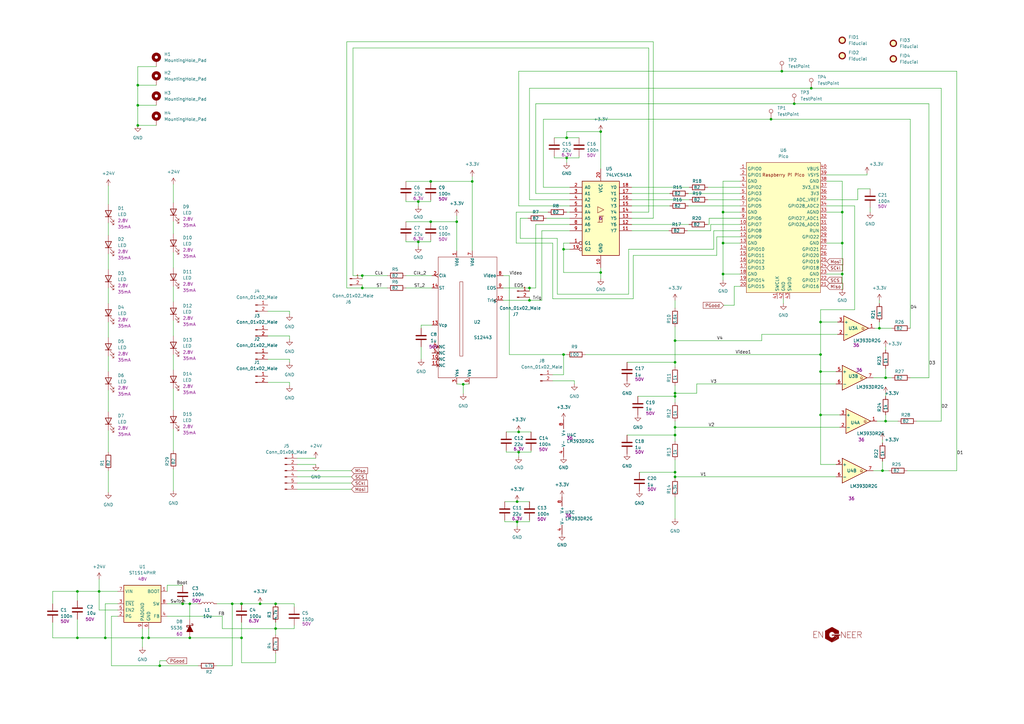
<source format=kicad_sch>
(kicad_sch (version 20211123) (generator eeschema)
  (paper "A3")
  (title_block (title "High Precision Position Sensor") (date "2023-01-29") (rev "1") (company "enGYneer") (comment 2 "www.gyurma.de") (comment 3 "www.enGYneer.de"))
  (lib_symbols
    (symbol "74xx:74HCT541" (pin_names (offset 1.016))
      (property "Reference" "U" (at -7.62 16.51 0))
      (property "Value" "74HCT541" (at -7.62 -16.51 0))
      (symbol "74HCT541_1_0"
        (pin input inverted (at -12.7 -10.16 0) (length 5.08) (name "G1") (number "1"))
        (pin power_in line (at 0 -20.32 90) (length 5.08) (name "GND") (number "10"))
        (pin tri_state line (at 12.7 -5.08 180) (length 5.08) (name "Y7") (number "11"))
        (pin tri_state line (at 12.7 -2.54 180) (length 5.08) (name "Y6") (number "12"))
        (pin tri_state line (at 12.7 0 180) (length 5.08) (name "Y5") (number "13"))
        (pin tri_state line (at 12.7 2.54 180) (length 5.08) (name "Y4") (number "14"))
        (pin tri_state line (at 12.7 5.08 180) (length 5.08) (name "Y3") (number "15"))
        (pin tri_state line (at 12.7 7.62 180) (length 5.08) (name "Y2") (number "16"))
        (pin tri_state line (at 12.7 10.16 180) (length 5.08) (name "Y1") (number "17"))
        (pin tri_state line (at 12.7 12.7 180) (length 5.08) (name "Y0") (number "18"))
        (pin input inverted (at -12.7 -12.7 0) (length 5.08) (name "G2") (number "19"))
        (pin input line (at -12.7 12.7 0) (length 5.08) (name "A0") (number "2"))
        (pin power_in line (at 0 20.32 270) (length 5.08) (name "VCC") (number "20"))
        (pin input line (at -12.7 10.16 0) (length 5.08) (name "A1") (number "3"))
        (pin input line (at -12.7 7.62 0) (length 5.08) (name "A2") (number "4"))
        (pin input line (at -12.7 5.08 0) (length 5.08) (name "A3") (number "5"))
        (pin input line (at -12.7 2.54 0) (length 5.08) (name "A4") (number "6"))
        (pin input line (at -12.7 0 0) (length 5.08) (name "A5") (number "7"))
        (pin input line (at -12.7 -2.54 0) (length 5.08) (name "A6") (number "8"))
        (pin input line (at -12.7 -5.08 0) (length 5.08) (name "A7") (number "9"))
      )
    )
    (symbol "Comparator:LM393" (pin_names (offset 0.127))
      (property "Reference" "U" (at 3.81 3.81 0))
      (property "Value" "LM393" (at 6.35 -3.81 0))
      (symbol "LM393_1_1"
        (pin open_collector line (at 7.62 0 180) (length 2.54) (name "~") (number "1"))
        (pin input line (at -7.62 -2.54 0) (length 2.54) (name "-") (number "2"))
        (pin input line (at -7.62 2.54 0) (length 2.54) (name "+") (number "3"))
      )
      (symbol "LM393_2_1"
        (pin input line (at -7.62 2.54 0) (length 2.54) (name "+") (number "5"))
        (pin input line (at -7.62 -2.54 0) (length 2.54) (name "-") (number "6"))
        (pin open_collector line (at 7.62 0 180) (length 2.54) (name "~") (number "7"))
      )
      (symbol "LM393_3_1"
        (pin power_in line (at -2.54 -7.62 90) (length 3.81) (name "V-") (number "4"))
        (pin power_in line (at -2.54 7.62 270) (length 3.81) (name "V+") (number "8"))
      )
    )
    (symbol "Connector:Conn_01x02_Male" (pin_names (offset 1.016) hide)
      (property "Reference" "J" (at 0 2.54 0))
      (property "Value" "Conn_01x02_Male" (at 0 -5.08 0))
      (symbol "Conn_01x02_Male_1_1"
        (pin passive line (at 5.08 0 180) (length 3.81) (name "Pin_1") (number "1"))
        (pin passive line (at 5.08 -2.54 180) (length 3.81) (name "Pin_2") (number "2"))
      )
    )
    (symbol "Connector:Conn_01x06_Male" (pin_names (offset 1.016) hide)
      (property "Reference" "J" (at 0 7.62 0))
      (property "Value" "Conn_01x06_Male" (at 0 -10.16 0))
      (symbol "Conn_01x06_Male_1_1"
        (pin passive line (at 5.08 5.08 180) (length 3.81) (name "Pin_1") (number "1"))
        (pin passive line (at 5.08 2.54 180) (length 3.81) (name "Pin_2") (number "2"))
        (pin passive line (at 5.08 0 180) (length 3.81) (name "Pin_3") (number "3"))
        (pin passive line (at 5.08 -2.54 180) (length 3.81) (name "Pin_4") (number "4"))
        (pin passive line (at 5.08 -5.08 180) (length 3.81) (name "Pin_5") (number "5"))
        (pin passive line (at 5.08 -7.62 180) (length 3.81) (name "Pin_6") (number "6"))
      )
    )
    (symbol "Connector:TestPoint" (pin_numbers hide) (pin_names (offset 0.762) hide)
      (property "Reference" "TP" (at 0 6.858 0))
      (property "Value" "TestPoint" (at 0 5.08 0))
      (symbol "TestPoint_1_1"
        (pin passive line (at 0 0 90) (length 2.54) (name "1") (number "1"))
      )
    )
    (symbol "Device:C" (pin_numbers hide) (pin_names (offset 0.254))
      (property "Reference" "C" (at 0.635 2.54 0))
      (property "Value" "C" (at 0.635 -2.54 0))
      (symbol "C_1_1"
        (pin passive line (at 0 3.81 270) (length 2.794) (name "~") (number "1"))
        (pin passive line (at 0 -3.81 90) (length 2.794) (name "~") (number "2"))
      )
    )
    (symbol "Device:D_Schottky_Filled" (pin_numbers hide) (pin_names (offset 1.016) hide)
      (property "Reference" "D" (at 0 2.54 0))
      (property "Value" "D_Schottky_Filled" (at 0 -2.54 0))
      (symbol "D_Schottky_Filled_1_1"
        (pin passive line (at -3.81 0 0) (length 2.54) (name "K") (number "1"))
        (pin passive line (at 3.81 0 180) (length 2.54) (name "A") (number "2"))
      )
    )
    (symbol "Device:L" (pin_numbers hide) (pin_names (offset 1.016) hide)
      (property "Reference" "L" (at -1.27 0 90))
      (property "Value" "L" (at 1.905 0 90))
      (symbol "L_1_1"
        (pin passive line (at 0 3.81 270) (length 1.27) (name "1") (number "1"))
        (pin passive line (at 0 -3.81 90) (length 1.27) (name "2") (number "2"))
      )
    )
    (symbol "Device:LED" (pin_numbers hide) (pin_names (offset 1.016) hide)
      (property "Reference" "D" (at 0 2.54 0))
      (property "Value" "LED" (at 0 -2.54 0))
      (symbol "LED_1_1"
        (pin passive line (at -3.81 0 0) (length 2.54) (name "K") (number "1"))
        (pin passive line (at 3.81 0 180) (length 2.54) (name "A") (number "2"))
      )
    )
    (symbol "Device:R" (pin_numbers hide) (pin_names (offset 0))
      (property "Reference" "R" (at 2.032 0 90))
      (property "Value" "R" (at 0 0 90))
      (symbol "R_1_1"
        (pin passive line (at 0 3.81 270) (length 1.27) (name "~") (number "1"))
        (pin passive line (at 0 -3.81 90) (length 1.27) (name "~") (number "2"))
      )
    )
    (symbol "GND_1" (power) (pin_names (offset 0))
      (property "Value" "GND_1" (at 0 -3.81 0))
      (symbol "GND_1_1_1"
        (pin power_in line (at 0 0 270) (length 0) hide (name "GND") (number "1"))
      )
    )
    (symbol "GND_2" (power) (pin_names (offset 0))
      (property "Value" "GND_2" (at 0 -3.81 0))
      (symbol "GND_2_1_1"
        (pin power_in line (at 0 0 270) (length 0) hide (name "GND") (number "1"))
      )
    )
    (symbol "GND_3" (power) (pin_names (offset 0))
      (property "Value" "GND_3" (at 0 -3.81 0))
      (symbol "GND_3_1_1"
        (pin power_in line (at 0 0 270) (length 0) hide (name "GND") (number "1"))
      )
    )
    (symbol "Mechanical:Fiducial"
      (property "Reference" "FID" (at 0 5.08 0))
      (property "Value" "Fiducial" (at 0 3.175 0))
    )
    (symbol "Mechanical:MountingHole_Pad" (pin_numbers hide) (pin_names (offset 1.016) hide)
      (property "Reference" "H" (at 0 6.35 0))
      (property "Value" "MountingHole_Pad" (at 0 4.445 0))
      (symbol "MountingHole_Pad_1_1"
        (pin input line (at 0 -2.54 90) (length 2.54) (name "1") (number "1"))
      )
    )
    (symbol "Pico:Pico"
      (property "Reference" "U" (at -13.97 27.94 0))
      (property "Value" "Pico" (at 0 19.05 0))
      (symbol "Pico_0_0"
        (text "Raspberry Pi Pico" (at 0 21.59 0) (effects (font (size 1.27 1.27))))
      )
      (symbol "Pico_1_1"
        (pin bidirectional line (at -17.78 24.13 0) (length 2.54) (name "GPIO0") (number "1"))
        (pin bidirectional line (at -17.78 1.27 0) (length 2.54) (name "GPIO7") (number "10"))
        (pin bidirectional line (at -17.78 -1.27 0) (length 2.54) (name "GPIO8") (number "11"))
        (pin bidirectional line (at -17.78 -3.81 0) (length 2.54) (name "GPIO9") (number "12"))
        (pin power_in line (at -17.78 -6.35 0) (length 2.54) (name "GND") (number "13"))
        (pin bidirectional line (at -17.78 -8.89 0) (length 2.54) (name "GPIO10") (number "14"))
        (pin bidirectional line (at -17.78 -11.43 0) (length 2.54) (name "GPIO11") (number "15"))
        (pin bidirectional line (at -17.78 -13.97 0) (length 2.54) (name "GPIO12") (number "16"))
        (pin bidirectional line (at -17.78 -16.51 0) (length 2.54) (name "GPIO13") (number "17"))
        (pin power_in line (at -17.78 -19.05 0) (length 2.54) (name "GND") (number "18"))
        (pin bidirectional line (at -17.78 -21.59 0) (length 2.54) (name "GPIO14") (number "19"))
        (pin bidirectional line (at -17.78 21.59 0) (length 2.54) (name "GPIO1") (number "2"))
        (pin bidirectional line (at -17.78 -24.13 0) (length 2.54) (name "GPIO15") (number "20"))
        (pin bidirectional line (at 17.78 -24.13 180) (length 2.54) (name "GPIO16") (number "21"))
        (pin bidirectional line (at 17.78 -21.59 180) (length 2.54) (name "GPIO17") (number "22"))
        (pin power_in line (at 17.78 -19.05 180) (length 2.54) (name "GND") (number "23"))
        (pin bidirectional line (at 17.78 -16.51 180) (length 2.54) (name "GPIO18") (number "24"))
        (pin bidirectional line (at 17.78 -13.97 180) (length 2.54) (name "GPIO19") (number "25"))
        (pin bidirectional line (at 17.78 -11.43 180) (length 2.54) (name "GPIO20") (number "26"))
        (pin bidirectional line (at 17.78 -8.89 180) (length 2.54) (name "GPIO21") (number "27"))
        (pin power_in line (at 17.78 -6.35 180) (length 2.54) (name "GND") (number "28"))
        (pin bidirectional line (at 17.78 -3.81 180) (length 2.54) (name "GPIO22") (number "29"))
        (pin power_in line (at -17.78 19.05 0) (length 2.54) (name "GND") (number "3"))
        (pin input line (at 17.78 -1.27 180) (length 2.54) (name "RUN") (number "30"))
        (pin bidirectional line (at 17.78 1.27 180) (length 2.54) (name "GPIO26_ADC0") (number "31"))
        (pin bidirectional line (at 17.78 3.81 180) (length 2.54) (name "GPIO27_ADC1") (number "32"))
        (pin power_in line (at 17.78 6.35 180) (length 2.54) (name "AGND") (number "33"))
        (pin bidirectional line (at 17.78 8.89 180) (length 2.54) (name "GPIO28_ADC2") (number "34"))
        (pin power_in line (at 17.78 11.43 180) (length 2.54) (name "ADC_VREF") (number "35"))
        (pin power_in line (at 17.78 13.97 180) (length 2.54) (name "3V3") (number "36"))
        (pin input line (at 17.78 16.51 180) (length 2.54) (name "3V3_EN") (number "37"))
        (pin bidirectional line (at 17.78 19.05 180) (length 2.54) (name "GND") (number "38"))
        (pin power_in line (at 17.78 21.59 180) (length 2.54) (name "VSYS") (number "39"))
        (pin bidirectional line (at -17.78 16.51 0) (length 2.54) (name "GPIO2") (number "4"))
        (pin power_in line (at 17.78 24.13 180) (length 2.54) (name "VBUS") (number "40"))
        (pin input line (at -2.54 -29.21 90) (length 2.54) (name "SWCLK") (number "41"))
        (pin power_in line (at 0 -29.21 90) (length 2.54) (name "GND") (number "42"))
        (pin bidirectional line (at 2.54 -29.21 90) (length 2.54) (name "SWDIO") (number "43"))
        (pin bidirectional line (at -17.78 13.97 0) (length 2.54) (name "GPIO3") (number "5"))
        (pin bidirectional line (at -17.78 11.43 0) (length 2.54) (name "GPIO4") (number "6"))
        (pin bidirectional line (at -17.78 8.89 0) (length 2.54) (name "GPIO5") (number "7"))
        (pin power_in line (at -17.78 6.35 0) (length 2.54) (name "GND") (number "8"))
        (pin bidirectional line (at -17.78 3.81 0) (length 2.54) (name "GPIO6") (number "9"))
      )
    )
    (symbol "Regulator_Switching:ST1S14PHR"
      (property "Reference" "U" (at -8.255 8.89 0))
      (property "Value" "ST1S14PHR" (at 0 8.89 0))
      (symbol "ST1S14PHR_1_1"
        (pin input line (at 10.16 5.08 180) (length 2.54) (name "BOOT") (number "1"))
        (pin output line (at -10.16 -5.08 0) (length 2.54) (name "PG") (number "2"))
        (pin input line (at -10.16 0 0) (length 2.54) (name "~{EN1}") (number "3"))
        (pin input line (at 10.16 -5.08 180) (length 2.54) (name "FB") (number "4"))
        (pin input line (at -10.16 -2.54 0) (length 2.54) (name "EN2") (number "5"))
        (pin power_in line (at 2.54 -10.16 90) (length 2.54) (name "GND") (number "6"))
        (pin power_in line (at -10.16 5.08 0) (length 2.54) (name "VIN") (number "7"))
        (pin output line (at 10.16 0 180) (length 2.54) (name "SW") (number "8"))
        (pin power_in line (at 0 -10.16 90) (length 2.54) (name "PADGND") (number "9"))
      )
    )
    (symbol "Sensor CMOS:S12443" (pin_names (offset 0.254))
      (property "Reference" "U" (at 5.08 -29.21 0))
      (property "Value" "S12443" (at 6.35 -33.02 0))
      (symbol "S12443_1_1"
        (pin power_in line (at -2.54 -2.54 270) (length 2.54) (name "Vdd") (number "1"))
        (pin unspecified non_logic (at -12.7 -46.99 0) (length 2.54) (name "NC") (number "10"))
        (pin unspecified non_logic (at -12.7 -49.53 0) (length 2.54) (name "NC") (number "11"))
        (pin output clock (at 16.51 -22.86 180) (length 2.54) (name "Trig") (number "12"))
        (pin bidirectional line (at -12.7 -33.02 0) (length 2.54) (name "Vcp") (number "13"))
        (pin input line (at -12.7 -17.78 0) (length 2.54) (name "ST") (number "14"))
        (pin input edge_clock_high (at -12.7 -12.7 0) (length 2.54) (name "Clk") (number "2"))
        (pin power_out line (at -2.54 -57.15 90) (length 2.54) (name "Vss") (number "3"))
        (pin unspecified non_logic (at -12.7 -41.91 0) (length 2.54) (name "NC") (number "4"))
        (pin unspecified non_logic (at -12.7 -44.45 0) (length 2.54) (name "NC") (number "5"))
        (pin power_out line (at 2.54 -57.15 90) (length 2.54) (name "Vss") (number "6"))
        (pin power_in line (at 3.81 -2.54 270) (length 2.54) (name "Vdd") (number "7"))
        (pin output line (at 16.51 -12.7 180) (length 2.54) (name "Video") (number "8"))
        (pin output line (at 16.51 -17.78 180) (length 2.54) (name "EOS") (number "9"))
      )
    )
    (symbol "enGyneer-Logo:LOGO" (pin_names (offset 1.016)))
    (symbol "power:+24V" (power) (pin_names (offset 0))
      (property "Value" "+24V" (at 0 3.556 0))
      (symbol "+24V_1_1"
        (pin power_in line (at 0 0 90) (length 0) hide (name "+24V") (number "1"))
      )
    )
    (symbol "power:+3.3V" (power) (pin_names (offset 0))
      (property "Value" "+3.3V" (at 0 3.556 0))
      (symbol "+3.3V_1_1"
        (pin power_in line (at 0 0 90) (length 0) hide (name "+3.3V") (number "1"))
      )
    )
    (symbol "power:GND" (power) (pin_names (offset 0))
      (property "Value" "GND" (at 0 -3.81 0))
      (symbol "GND_1_1"
        (pin power_in line (at 0 0 270) (length 0) hide (name "GND") (number "1"))
      )
    )
  )
  (junction (at 276.86 178.435))
  (junction (at 113.03 247.65))
  (junction (at 345.44 86.995))
  (junction (at 148.59 113.03))
  (junction (at 276.86 195.58))
  (junction (at 361.95 193.04))
  (junction (at 193.675 74.422))
  (junction (at 296.545 86.995))
  (junction (at 217.17 118.11))
  (junction (at 360.68 134.62))
  (junction (at 113.03 257.81))
  (junction (at 276.86 193.675))
  (junction (at 56.515 43.18))
  (junction (at 316.23 48.895))
  (junction (at 99.06 261.62))
  (junction (at 106.68 247.65))
  (junction (at 212.09 213.995))
  (junction (at 232.41 64.77))
  (junction (at 363.22 154.94))
  (junction (at 320.675 29.21))
  (junction (at 58.42 261.62))
  (junction (at 60.96 261.62))
  (junction (at 336.55 170.18))
  (junction (at 363.22 172.72))
  (junction (at 187.325 90.932))
  (junction (at 345.44 112.395))
  (junction (at 296.545 99.695))
  (junction (at 231.14 145.415))
  (junction (at 99.06 247.65))
  (junction (at 31.75 242.57))
  (junction (at 325.755 42.545))
  (junction (at 171.577 99.187))
  (junction (at 232.41 56.515))
  (junction (at 276.86 175.26))
  (junction (at 336.55 152.4))
  (junction (at 212.725 185.42))
  (junction (at 189.992 157.607))
  (junction (at 77.851 247.65))
  (junction (at 176.657 74.422))
  (junction (at 246.38 53.975))
  (junction (at 276.86 148.59))
  (junction (at 231.14 102.235))
  (junction (at 43.18 261.62))
  (junction (at 276.86 139.7))
  (junction (at 95.25 247.65))
  (junction (at 74.93 247.65))
  (junction (at 246.38 111.76))
  (junction (at 148.59 118.11))
  (junction (at 77.851 261.62))
  (junction (at 276.86 162.56))
  (junction (at 56.515 34.925))
  (junction (at 56.515 51.435))
  (junction (at 212.725 177.165))
  (junction (at 31.75 261.62))
  (junction (at 276.86 161.29))
  (junction (at 332.74 36.195))
  (junction (at 65.532 273.05))
  (junction (at 336.55 132.08))
  (junction (at 217.17 123.19))
  (junction (at 40.64 242.57))
  (junction (at 296.545 112.395))
  (junction (at 212.09 205.74))
  (junction (at 345.44 99.695))
  (junction (at 336.55 145.415))
  (junction (at 176.657 90.932))
  (junction (at 171.577 82.677))
  (wire (pts (xy 208.915 145.415) (xy 231.14 145.415)))
  (wire (pts (xy 77.851 261.62) (xy 99.06 261.62)))
  (wire (pts (xy 345.44 99.695) (xy 339.09 99.695)))
  (wire (pts (xy 44.45 118.11) (xy 44.45 124.46)))
  (wire (pts (xy 121.92 190.5) (xy 129.54 190.5)))
  (wire (pts (xy 363.22 161.29) (xy 363.22 162.56)))
  (wire (pts (xy 176.657 99.187) (xy 171.577 99.187)))
  (wire (pts (xy 44.45 132.08) (xy 44.45 138.43)))
  (wire (pts (xy 64.135 51.435) (xy 56.515 51.435)))
  (wire (pts (xy 386.08 36.195) (xy 386.08 172.72)))
  (wire (pts (xy 296.545 86.995) (xy 303.53 86.995)))
  (wire (pts (xy 148.59 118.11) (xy 158.877 118.11)))
  (wire (pts (xy 71.12 145.415) (xy 71.12 151.765)))
  (wire (pts (xy 113.03 267.97) (xy 113.03 271.78)))
  (wire (pts (xy 363.22 151.13) (xy 363.22 154.94)))
  (wire (pts (xy 21.59 242.57) (xy 31.75 242.57)))
  (wire (pts (xy 296.545 112.395) (xy 303.53 112.395)))
  (wire (pts (xy 320.675 29.21) (xy 212.725 29.21)))
  (wire (pts (xy 56.515 51.435) (xy 56.515 43.18)))
  (wire (pts (xy 211.709 86.995) (xy 211.709 99.695)))
  (wire (pts (xy 358.14 193.04) (xy 361.95 193.04)))
  (wire (pts (xy 219.71 92.075) (xy 219.71 118.11)))
  (wire (pts (xy 276.86 195.58) (xy 342.9 195.58)))
  (wire (pts (xy 363.22 154.94) (xy 365.76 154.94)))
  (wire (pts (xy 276.86 162.56) (xy 276.86 165.1)))
  (wire (pts (xy 290.83 92.075) (xy 290.83 89.535)))
  (wire (pts (xy 172.72 134.62) (xy 172.72 133.35)))
  (wire (pts (xy 95.25 247.65) (xy 95.25 273.05)))
  (wire (pts (xy 381 42.545) (xy 381 154.94)))
  (wire (pts (xy 226.695 153.67) (xy 231.14 153.67)))
  (wire (pts (xy 259.08 79.375) (xy 274.701 79.375)))
  (wire (pts (xy 71.12 192.405) (xy 71.12 201.295)))
  (wire (pts (xy 246.38 111.76) (xy 246.38 114.3)))
  (wire (pts (xy 189.992 161.417) (xy 189.992 157.607)))
  (wire (pts (xy 21.59 261.62) (xy 31.75 261.62)))
  (wire (pts (xy 227.33 56.515) (xy 232.41 56.515)))
  (wire (pts (xy 212.09 215.9) (xy 212.09 213.995)))
  (wire (pts (xy 321.31 122.555) (xy 321.31 124.46)))
  (wire (pts (xy 144.78 19.685) (xy 266.065 19.685)))
  (wire (pts (xy 217.17 213.36) (xy 217.17 213.995)))
  (wire (pts (xy 60.96 257.81) (xy 60.96 261.62)))
  (wire (pts (xy 325.755 42.545) (xy 219.71 42.545)))
  (wire (pts (xy 342.9 157.48) (xy 285.75 157.48)))
  (wire (pts (xy 109.855 147.32) (xy 118.745 147.32)))
  (wire (pts (xy 31.75 242.57) (xy 40.64 242.57)))
  (wire (pts (xy 148.59 113.03) (xy 148.59 114.3)))
  (wire (pts (xy 118.745 128.905) (xy 118.745 127.635)))
  (wire (pts (xy 109.855 156.845) (xy 118.745 156.845)))
  (wire (pts (xy 294.005 97.155) (xy 294.005 104.775)))
  (wire (pts (xy 261.62 162.56) (xy 276.86 162.56)))
  (wire (pts (xy 31.75 246.38) (xy 31.75 242.57)))
  (wire (pts (xy 40.64 242.57) (xy 40.64 250.19)))
  (wire (pts (xy 291.465 92.075) (xy 303.53 92.075)))
  (wire (pts (xy 345.44 112.395) (xy 345.44 99.695)))
  (wire (pts (xy 373.38 154.94) (xy 381 154.94)))
  (wire (pts (xy 217.17 118.11) (xy 219.71 118.11)))
  (wire (pts (xy 40.64 237.49) (xy 40.64 242.57)))
  (wire (pts (xy 224.79 86.995) (xy 211.709 86.995)))
  (wire (pts (xy 187.325 88.519) (xy 187.325 90.932)))
  (wire (pts (xy 257.81 102.235) (xy 257.81 120.65)))
  (wire (pts (xy 233.68 99.695) (xy 231.14 99.695)))
  (wire (pts (xy 77.851 247.65) (xy 81.28 247.65)))
  (wire (pts (xy 217.17 213.995) (xy 212.09 213.995)))
  (wire (pts (xy 266.065 86.995) (xy 259.08 86.995)))
  (wire (pts (xy 363.22 170.18) (xy 363.22 172.72)))
  (wire (pts (xy 336.55 152.4) (xy 342.9 152.4)))
  (wire (pts (xy 373.38 134.62) (xy 373.38 48.895)))
  (wire (pts (xy 99.06 271.78) (xy 99.06 261.62)))
  (wire (pts (xy 303.53 94.615) (xy 292.735 94.615)))
  (wire (pts (xy 172.72 133.35) (xy 177.165 133.35)))
  (wire (pts (xy 259.715 122.555) (xy 259.715 104.775)))
  (wire (pts (xy 120.65 257.81) (xy 113.03 257.81)))
  (wire (pts (xy 276.86 195.58) (xy 276.86 196.215)))
  (wire (pts (xy 246.38 109.855) (xy 246.38 111.76)))
  (wire (pts (xy 212.09 205.74) (xy 217.17 205.74)))
  (wire (pts (xy 228.6 120.65) (xy 228.6 97.79)))
  (wire (pts (xy 207.01 205.74) (xy 212.09 205.74)))
  (wire (pts (xy 45.72 252.73) (xy 48.26 252.73)))
  (wire (pts (xy 222.25 123.19) (xy 217.17 123.19)))
  (wire (pts (xy 392.43 29.21) (xy 392.43 193.04)))
  (wire (pts (xy 176.657 98.552) (xy 176.657 99.187)))
  (wire (pts (xy 345.44 99.695) (xy 345.44 86.995)))
  (wire (pts (xy 207.645 185.42) (xy 207.645 184.785)))
  (wire (pts (xy 189.992 157.607) (xy 192.405 157.48)))
  (wire (pts (xy 363.22 142.24) (xy 363.22 143.51)))
  (wire (pts (xy 58.42 261.62) (xy 60.96 261.62)))
  (wire (pts (xy 142.24 118.11) (xy 148.59 118.11)))
  (wire (pts (xy 187.325 102.87) (xy 187.325 90.932)))
  (wire (pts (xy 176.657 82.042) (xy 176.657 82.677)))
  (wire (pts (xy 276.86 161.29) (xy 276.86 162.56)))
  (wire (pts (xy 226.695 122.555) (xy 259.715 122.555)))
  (wire (pts (xy 21.59 247.65) (xy 21.59 242.57)))
  (wire (pts (xy 226.695 99.695) (xy 226.695 122.555)))
  (wire (pts (xy 176.657 90.932) (xy 187.325 90.932)))
  (wire (pts (xy 276.86 158.115) (xy 276.86 161.29)))
  (wire (pts (xy 166.497 113.03) (xy 177.165 113.03)))
  (wire (pts (xy 219.71 92.075) (xy 233.68 92.075)))
  (wire (pts (xy 336.55 152.4) (xy 336.55 170.18)))
  (wire (pts (xy 372.11 193.04) (xy 392.43 193.04)))
  (wire (pts (xy 68.199 271.018) (xy 65.532 271.018)))
  (wire (pts (xy 77.851 247.65) (xy 77.851 254)))
  (wire (pts (xy 113.03 257.81) (xy 113.03 260.35)))
  (wire (pts (xy 262.255 193.675) (xy 276.86 193.675)))
  (wire (pts (xy 166.497 74.422) (xy 176.657 74.422)))
  (wire (pts (xy 224.155 89.535) (xy 233.68 89.535)))
  (wire (pts (xy 58.42 261.62) (xy 58.42 265.43)))
  (wire (pts (xy 44.45 146.05) (xy 44.45 152.4)))
  (wire (pts (xy 276.86 178.435) (xy 276.86 180.975)))
  (wire (pts (xy 361.95 193.04) (xy 364.49 193.04)))
  (wire (pts (xy 212.725 187.325) (xy 212.725 185.42)))
  (wire (pts (xy 301.117 125.222) (xy 296.799 125.222)))
  (wire (pts (xy 99.06 247.65) (xy 106.68 247.65)))
  (wire (pts (xy 336.55 127) (xy 350.52 127)))
  (wire (pts (xy 282.321 84.455) (xy 303.53 84.455)))
  (wire (pts (xy 171.577 84.582) (xy 171.577 82.677)))
  (wire (pts (xy 257.175 178.435) (xy 276.86 178.435)))
  (wire (pts (xy 345.44 86.995) (xy 339.09 86.995)))
  (wire (pts (xy 219.71 79.375) (xy 233.68 79.375)))
  (wire (pts (xy 193.675 72.39) (xy 193.675 74.422)))
  (wire (pts (xy 231.14 145.415) (xy 231.14 153.67)))
  (wire (pts (xy 121.92 195.58) (xy 144.145 195.58)))
  (wire (pts (xy 120.65 256.54) (xy 120.65 257.81)))
  (wire (pts (xy 88.9 273.05) (xy 95.25 273.05)))
  (wire (pts (xy 356.87 85.09) (xy 356.87 86.995)))
  (wire (pts (xy 339.09 71.755) (xy 355.6 71.755)))
  (wire (pts (xy 303.53 97.155) (xy 294.005 97.155)))
  (wire (pts (xy 158.877 113.03) (xy 148.59 113.03)))
  (wire (pts (xy 171.577 101.092) (xy 171.577 99.187)))
  (wire (pts (xy 206.375 118.11) (xy 217.17 118.11)))
  (wire (pts (xy 144.78 113.03) (xy 144.78 19.685)))
  (wire (pts (xy 172.72 142.24) (xy 172.72 147.32)))
  (wire (pts (xy 71.12 131.445) (xy 71.12 137.795)))
  (wire (pts (xy 257.175 148.59) (xy 276.86 148.59)))
  (wire (pts (xy 56.515 27.305) (xy 56.515 34.925)))
  (wire (pts (xy 237.49 64.135) (xy 237.49 64.77)))
  (wire (pts (xy 312.42 137.16) (xy 312.42 139.7)))
  (wire (pts (xy 259.715 104.775) (xy 294.005 104.775)))
  (wire (pts (xy 91.186 257.81) (xy 91.186 252.73)))
  (wire (pts (xy 276.86 123.19) (xy 276.86 126.365)))
  (wire (pts (xy 285.75 157.48) (xy 285.75 161.29)))
  (wire (pts (xy 217.17 36.195) (xy 332.74 36.195)))
  (wire (pts (xy 71.12 90.805) (xy 71.12 95.885)))
  (wire (pts (xy 217.805 184.785) (xy 217.805 185.42)))
  (wire (pts (xy 231.14 99.695) (xy 231.14 102.235)))
  (wire (pts (xy 64.135 27.305) (xy 56.515 27.305)))
  (wire (pts (xy 259.08 81.915) (xy 282.702 81.915)))
  (wire (pts (xy 113.03 271.78) (xy 99.06 271.78)))
  (wire (pts (xy 360.68 134.62) (xy 365.76 134.62)))
  (wire (pts (xy 166.497 118.11) (xy 177.165 118.11)))
  (wire (pts (xy 350.52 127) (xy 350.52 84.455)))
  (wire (pts (xy 58.42 257.81) (xy 58.42 261.62)))
  (wire (pts (xy 44.45 176.53) (xy 44.45 185.42)))
  (wire (pts (xy 219.71 42.545) (xy 219.71 79.375)))
  (wire (pts (xy 350.52 84.455) (xy 339.09 84.455)))
  (wire (pts (xy 360.68 123.19) (xy 360.68 124.46)))
  (wire (pts (xy 148.59 113.03) (xy 144.78 113.03)))
  (wire (pts (xy 291.465 94.615) (xy 291.465 92.075)))
  (wire (pts (xy 276.86 203.835) (xy 276.86 212.725)))
  (wire (pts (xy 237.49 64.77) (xy 232.41 64.77)))
  (wire (pts (xy 259.08 76.835) (xy 282.702 76.835)))
  (wire (pts (xy 212.725 185.42) (xy 207.645 185.42)))
  (wire (pts (xy 267.97 17.145) (xy 142.24 17.145)))
  (wire (pts (xy 232.41 56.515) (xy 237.49 56.515)))
  (wire (pts (xy 276.86 148.59) (xy 276.86 150.495)))
  (wire (pts (xy 148.59 116.84) (xy 148.59 118.11)))
  (wire (pts (xy 64.135 43.18) (xy 56.515 43.18)))
  (wire (pts (xy 212.09 213.995) (xy 207.01 213.995)))
  (wire (pts (xy 207.645 177.165) (xy 212.725 177.165)))
  (wire (pts (xy 290.195 92.075) (xy 290.83 92.075)))
  (wire (pts (xy 361.95 180.34) (xy 361.95 181.61)))
  (wire (pts (xy 88.9 247.65) (xy 95.25 247.65)))
  (wire (pts (xy 44.45 160.02) (xy 44.45 168.91)))
  (wire (pts (xy 44.45 193.04) (xy 44.45 201.93)))
  (wire (pts (xy 44.45 104.14) (xy 44.45 110.49)))
  (wire (pts (xy 296.545 114.935) (xy 296.545 112.395)))
  (wire (pts (xy 74.93 247.65) (xy 77.851 247.65)))
  (wire (pts (xy 345.44 118.745) (xy 345.44 112.395)))
  (wire (pts (xy 113.03 255.27) (xy 113.03 257.81)))
  (wire (pts (xy 282.321 79.375) (xy 303.53 79.375)))
  (wire (pts (xy 345.44 112.395) (xy 339.09 112.395)))
  (wire (pts (xy 358.14 154.94) (xy 363.22 154.94)))
  (wire (pts (xy 217.17 123.19) (xy 206.375 123.19)))
  (wire (pts (xy 356.87 77.47) (xy 351.79 77.47)))
  (wire (pts (xy 267.97 89.535) (xy 267.97 17.145)))
  (wire (pts (xy 217.805 185.42) (xy 212.725 185.42)))
  (wire (pts (xy 316.23 48.895) (xy 222.885 48.895)))
  (wire (pts (xy 336.55 170.18) (xy 344.424 170.18)))
  (wire (pts (xy 359.664 172.72) (xy 363.22 172.72)))
  (wire (pts (xy 118.745 139.065) (xy 118.745 137.795)))
  (wire (pts (xy 68.58 247.65) (xy 74.93 247.65)))
  (wire (pts (xy 71.12 159.385) (xy 71.12 168.275)))
  (wire (pts (xy 166.497 82.677) (xy 166.497 82.042)))
  (wire (pts (xy 65.532 273.05) (xy 81.28 273.05)))
  (wire (pts (xy 292.735 94.615) (xy 292.735 102.235)))
  (wire (pts (xy 276.86 172.72) (xy 276.86 175.26)))
  (wire (pts (xy 296.545 99.695) (xy 303.53 99.695)))
  (wire (pts (xy 60.96 261.62) (xy 77.851 261.62)))
  (wire (pts (xy 303.53 117.475) (xy 301.117 117.475)))
  (wire (pts (xy 375.92 172.72) (xy 386.08 172.72)))
  (wire (pts (xy 171.577 82.677) (xy 166.497 82.677)))
  (wire (pts (xy 142.24 17.145) (xy 142.24 118.11)))
  (wire (pts (xy 21.59 255.27) (xy 21.59 261.62)))
  (wire (pts (xy 292.735 102.235) (xy 257.81 102.235)))
  (wire (pts (xy 226.695 156.21) (xy 235.585 156.21)))
  (wire (pts (xy 336.55 132.08) (xy 336.55 127)))
  (wire (pts (xy 71.12 75.565) (xy 71.12 83.185)))
  (wire (pts (xy 211.709 99.695) (xy 226.695 99.695)))
  (wire (pts (xy 336.55 132.08) (xy 336.55 145.415)))
  (wire (pts (xy 68.58 242.57) (xy 68.58 240.03)))
  (wire (pts (xy 363.22 172.72) (xy 368.3 172.72)))
  (wire (pts (xy 217.17 81.915) (xy 217.17 36.195)))
  (wire (pts (xy 276.86 175.26) (xy 344.424 175.26)))
  (wire (pts (xy 43.18 247.65) (xy 48.26 247.65)))
  (wire (pts (xy 231.14 102.235) (xy 233.68 102.235)))
  (wire (pts (xy 207.01 213.995) (xy 207.01 213.36)))
  (wire (pts (xy 373.38 48.895) (xy 316.23 48.895)))
  (wire (pts (xy 276.86 175.26) (xy 276.86 178.435)))
  (wire (pts (xy 212.725 29.21) (xy 212.725 84.455)))
  (wire (pts (xy 31.75 254) (xy 31.75 261.62)))
  (wire (pts (xy 343.535 137.16) (xy 312.42 137.16)))
  (wire (pts (xy 290.83 89.535) (xy 303.53 89.535)))
  (wire (pts (xy 171.577 99.187) (xy 166.497 99.187)))
  (wire (pts (xy 113.03 247.65) (xy 120.65 247.65)))
  (wire (pts (xy 240.03 145.415) (xy 336.55 145.415)))
  (wire (pts (xy 212.725 177.165) (xy 217.805 177.165)))
  (wire (pts (xy 212.725 84.455) (xy 233.68 84.455)))
  (wire (pts (xy 71.12 103.505) (xy 71.12 109.855)))
  (wire (pts (xy 208.915 113.03) (xy 208.915 145.415)))
  (wire (pts (xy 45.72 273.05) (xy 65.532 273.05)))
  (wire (pts (xy 56.515 34.925) (xy 64.135 34.925)))
  (wire (pts (xy 296.545 112.395) (xy 296.545 99.695)))
  (wire (pts (xy 166.497 99.187) (xy 166.497 98.552)))
  (wire (pts (xy 45.72 273.05) (xy 45.72 252.73)))
  (wire (pts (xy 121.92 198.12) (xy 144.145 198.12)))
  (wire (pts (xy 232.41 86.995) (xy 233.68 86.995)))
  (wire (pts (xy 43.18 261.62) (xy 58.42 261.62)))
  (wire (pts (xy 259.08 84.455) (xy 274.701 84.455)))
  (wire (pts (xy 345.44 74.295) (xy 339.09 74.295)))
  (wire (pts (xy 361.95 189.23) (xy 361.95 193.04)))
  (wire (pts (xy 166.497 90.932) (xy 176.657 90.932)))
  (wire (pts (xy 296.545 99.695) (xy 296.545 86.995)))
  (wire (pts (xy 351.79 81.915) (xy 339.09 81.915)))
  (wire (pts (xy 345.44 86.995) (xy 345.44 74.295)))
  (wire (pts (xy 235.585 157.48) (xy 235.585 156.21)))
  (wire (pts (xy 193.675 74.422) (xy 176.657 74.422)))
  (wire (pts (xy 296.545 74.295) (xy 303.53 74.295)))
  (wire (pts (xy 31.75 261.62) (xy 43.18 261.62)))
  (wire (pts (xy 109.855 127.635) (xy 118.745 127.635)))
  (wire (pts (xy 44.45 76.2) (xy 44.45 83.82)))
  (wire (pts (xy 43.18 247.65) (xy 43.18 261.62)))
  (wire (pts (xy 259.08 94.615) (xy 274.32 94.615)))
  (wire (pts (xy 232.41 53.975) (xy 232.41 56.515)))
  (wire (pts (xy 232.41 64.77) (xy 227.33 64.77)))
  (wire (pts (xy 118.745 158.115) (xy 118.745 156.845)))
  (wire (pts (xy 176.657 82.677) (xy 171.577 82.677)))
  (wire (pts (xy 259.08 89.535) (xy 267.97 89.535)))
  (wire (pts (xy 40.64 242.57) (xy 48.26 242.57)))
  (wire (pts (xy 246.38 69.215) (xy 246.38 53.975)))
  (wire (pts (xy 217.17 121.92) (xy 217.17 123.19)))
  (wire (pts (xy 71.12 117.475) (xy 71.12 123.825)))
  (wire (pts (xy 296.545 86.995) (xy 296.545 74.295)))
  (wire (pts (xy 342.9 190.5) (xy 336.55 190.5)))
  (wire (pts (xy 222.885 76.835) (xy 233.68 76.835)))
  (wire (pts (xy 276.86 193.675) (xy 276.86 195.58)))
  (wire (pts (xy 106.68 247.65) (xy 113.03 247.65)))
  (wire (pts (xy 358.775 134.62) (xy 360.68 134.62)))
  (wire (pts (xy 118.745 148.59) (xy 118.745 147.32)))
  (wire (pts (xy 257.81 120.65) (xy 228.6 120.65)))
  (wire (pts (xy 290.322 76.835) (xy 303.53 76.835)))
  (wire (pts (xy 276.86 188.595) (xy 276.86 193.675)))
  (wire (pts (xy 222.25 94.615) (xy 222.25 123.19)))
  (wire (pts (xy 336.55 145.415) (xy 336.55 152.4)))
  (wire (pts (xy 213.36 97.79) (xy 213.36 89.535)))
  (wire (pts (xy 99.06 255.27) (xy 99.06 261.62)))
  (wire (pts (xy 95.25 247.65) (xy 99.06 247.65)))
  (wire (pts (xy 259.08 92.075) (xy 282.575 92.075)))
  (wire (pts (xy 332.74 36.195) (xy 386.08 36.195)))
  (wire (pts (xy 193.675 102.87) (xy 193.675 74.422)))
  (wire (pts (xy 213.36 89.535) (xy 216.535 89.535)))
  (wire (pts (xy 233.68 94.615) (xy 222.25 94.615)))
  (wire (pts (xy 392.43 29.21) (xy 320.675 29.21)))
  (wire (pts (xy 355.6 71.755) (xy 355.6 71.12)))
  (wire (pts (xy 351.79 77.47) (xy 351.79 81.915)))
  (wire (pts (xy 48.26 250.19) (xy 40.64 250.19)))
  (wire (pts (xy 266.065 19.685) (xy 266.065 86.995)))
  (wire (pts (xy 233.68 81.915) (xy 217.17 81.915)))
  (wire (pts (xy 91.186 252.73) (xy 68.58 252.73)))
  (wire (pts (xy 276.86 139.7) (xy 276.86 148.59)))
  (wire (pts (xy 217.17 118.11) (xy 217.17 119.38)))
  (wire (pts (xy 65.532 271.018) (xy 65.532 273.05)))
  (wire (pts (xy 91.186 257.81) (xy 113.03 257.81)))
  (wire (pts (xy 109.855 137.795) (xy 118.745 137.795)))
  (wire (pts (xy 246.38 53.975) (xy 232.41 53.975)))
  (wire (pts (xy 290.322 81.915) (xy 303.53 81.915)))
  (wire (pts (xy 121.92 200.66) (xy 144.145 200.66)))
  (wire (pts (xy 336.55 170.18) (xy 336.55 190.5)))
  (wire (pts (xy 360.68 132.08) (xy 360.68 134.62)))
  (wire (pts (xy 343.535 132.08) (xy 336.55 132.08)))
  (wire (pts (xy 71.12 175.895) (xy 71.12 184.785)))
  (wire (pts (xy 121.92 187.96) (xy 129.54 187.96)))
  (wire (pts (xy 381 42.545) (xy 325.755 42.545)))
  (wire (pts (xy 301.117 117.475) (xy 301.117 125.222)))
  (wire (pts (xy 228.6 97.79) (xy 213.36 97.79)))
  (wire (pts (xy 231.14 102.235) (xy 231.14 111.76)))
  (wire (pts (xy 68.58 240.03) (xy 74.93 240.03)))
  (wire (pts (xy 312.42 139.7) (xy 276.86 139.7)))
  (wire (pts (xy 120.65 248.92) (xy 120.65 247.65)))
  (wire (pts (xy 187.325 157.48) (xy 189.992 157.607)))
  (wire (pts (xy 56.515 43.18) (xy 56.515 34.925)))
  (wire (pts (xy 121.92 193.04) (xy 144.145 193.04)))
  (wire (pts (xy 276.86 133.985) (xy 276.86 139.7)))
  (wire (pts (xy 206.375 113.03) (xy 208.915 113.03)))
  (wire (pts (xy 222.885 48.895) (xy 222.885 76.835)))
  (wire (pts (xy 232.41 66.675) (xy 232.41 64.77)))
  (wire (pts (xy 231.14 145.415) (xy 232.41 145.415)))
  (wire (pts (xy 231.14 111.76) (xy 246.38 111.76)))
  (wire (pts (xy 227.33 64.77) (xy 227.33 64.135)))
  (wire (pts (xy 276.86 161.29) (xy 285.75 161.29)))
  (wire (pts (xy 44.45 91.44) (xy 44.45 96.52)))
  (wire (pts (xy 281.94 94.615) (xy 291.465 94.615)))
  (label "V1" (at 287.274 195.58 0))
  (label "ST" (at 154.305 118.11 0))
  (label "D1" (at 392.43 186.69 0))
  (label "ST_2" (at 169.799 118.11 0))
  (label "D4" (at 373.38 127 0))
  (label "D3" (at 381 149.86 0))
  (label "Switch" (at 69.85 247.65 0))
  (label "FB" (at 89.535 252.73 0))
  (label "Video1" (at 301.625 145.415 0))
  (label "Video" (at 208.915 113.03 0))
  (label "EOS" (at 210.82 118.11 0))
  (label "D2" (at 386.08 167.64 0))
  (label "V3" (at 291.465 157.48 0))
  (label "Clk_2" (at 169.545 113.03 0))
  (label "V4" (at 294.005 139.7 0))
  (label "Boot" (at 72.39 240.03 0))
  (label "V2" (at 290.576 175.26 0))
  (label "Trig" (at 218.44 123.19 0))
  (label "CLk" (at 153.67 113.03 0))
  (global_label "SCS" (shape input) (at 144.145 195.58 0) (property "Intersheet References" "${INTERSHEET_REFS}" (effects hide)))
  (global_label "SCkl" (shape input) (at 339.09 109.855 0) (property "Intersheet References" "${INTERSHEET_REFS}" (effects hide)))
  (global_label "Mosi" (shape input) (at 339.09 107.315 0) (property "Intersheet References" "${INTERSHEET_REFS}" (effects hide)))
  (global_label "SCkl" (shape input) (at 144.145 198.12 0) (property "Intersheet References" "${INTERSHEET_REFS}" (effects hide)))
  (global_label "Miso" (shape input) (at 144.145 193.04 0) (property "Intersheet References" "${INTERSHEET_REFS}" (effects hide)))
  (global_label "PGood" (shape input) (at 68.199 271.018 0) (property "Intersheet References" "${INTERSHEET_REFS}" (effects hide)))
  (global_label "Mosi" (shape input) (at 144.145 200.66 0) (property "Intersheet References" "${INTERSHEET_REFS}" (effects hide)))
  (global_label "Miso" (shape input) (at 339.09 117.475 0) (property "Intersheet References" "${INTERSHEET_REFS}" (effects hide)))
  (global_label "SCS" (shape input) (at 339.09 114.935 0) (property "Intersheet References" "${INTERSHEET_REFS}" (effects hide)))
  (global_label "PGood" (shape input) (at 296.799 125.222 180) (property "Intersheet References" "${INTERSHEET_REFS}" (effects hide)))
  (symbol (lib_id "Connector:Conn_01x02_Male") (at 212.09 119.38 0) (unit 1)
    (property "Reference" "J7" (at 211.455 128.905 0))
    (property "Value" "Conn_01x02_Male" (at 213.36 126.365 0))
    (property "Footprint" "Connector_PinHeader_2.54mm:PinHeader_1x02_P2.54mm_Vertical" (effects hide))
    (property "Mounting" "DNP" (effects hide))
  )
  (symbol (lib_id "Mechanical:Fiducial") (at 366.395 17.78 0) (unit 1)
    (property "Reference" "FID3" (at 368.935 16.5099 0) (effects (justify left)))
    (property "Value" "Fiducial" (at 368.935 19.0499 0) (effects (justify left)))
    (property "Footprint" "Fiducial:Fiducial_1mm_Mask2mm" (effects hide))
    (property "Mounting" "DNP" (effects hide))
  )
  (symbol (lib_id "Device:LED") (at 71.12 127.635 90) (unit 1)
    (property "Reference" "D12" (at 74.93 125.4124 90) (effects (justify right)))
    (property "Value" "LED" (at 74.93 127.9524 90) (effects (justify right)))
    (property "Footprint" "LED_SMD:LED_0603_1608Metric_Pad1.05x0.95mm_HandSolder" (effects hide))
    (property "Datasheet" "https://datasheet.lcsc.com/lcsc/1811101510_Everlight-Elec-19-217-BHC-ZL1M2RY-3T_C72041.pdf" (effects hide))
    (property "Sourcing" "JLCPCB" (effects hide))
    (property "Umax" "2.8V" (at 74.93 130.4924 90) (effects (justify right)))
    (property "I" "35mA" (at 74.93 133.0324 90) (effects (justify right)))
    (property "Manufacturer" "Everlight" (effects hide))
    (property "ManufacturerPartNum" "19-217/BHC-ZL1M2RY/3T" (effects hide))
    (property "SourcingPartNum" "C72041" (effects hide))
  )
  (symbol (lib_id "Device:C") (at 207.645 180.975 0) (unit 1)
    (property "Reference" "C12" (at 210.82 179.7049 0) (effects (justify left)))
    (property "Value" "22u" (at 210.82 182.2449 0) (effects (justify left)))
    (property "Footprint" "Capacitor_SMD:C_0603_1608Metric" (effects hide))
    (property "Datasheet" "https://datasheet.lcsc.com/lcsc/1811151138_Samsung-Electro-Mechanics-CL10A226MQ8NRNC_C59461.pdf" (effects hide))
    (property "Manufacturer" "Samsung" (effects hide))
    (property "ManufacturerPartNum" "CL10A226MQ8NRNC" (effects hide))
    (property "Sourcing" "JLCPCB" (effects hide))
    (property "SourcingPartNum" "C59461" (effects hide))
    (property "Umax" "6.3V" (at 212.725 184.15 0))
  )
  (symbol (lib_id "power:GND") (at 246.38 114.3 0) (unit 1)
    (property "Reference" "#PWR022" (effects hide))
    (property "Value" "GND" (at 246.38 118.745 0))
  )
  (symbol (lib_id "Connector:TestPoint") (at 320.675 29.21 0) (unit 1)
    (property "Reference" "TP2" (at 323.215 24.6379 0) (effects (justify left)))
    (property "Value" "TestPoint" (at 323.215 27.1779 0) (effects (justify left)))
    (property "Footprint" "TestPoint:TestPoint_THTPad_D1.5mm_Drill0.7mm" (effects hide))
    (property "Mounting" "DNP" (effects hide))
  )
  (symbol (lib_id "Device:C") (at 262.255 197.485 0) (unit 1)
    (property "Reference" "C20" (at 265.43 196.2149 0) (effects (justify left)))
    (property "Value" "1u" (at 265.43 198.7549 0) (effects (justify left)))
    (property "Footprint" "Capacitor_SMD:C_0603_1608Metric" (effects hide))
    (property "Datasheet" "https://datasheet.lcsc.com/lcsc/1810261812_Samsung-Electro-Mechanics-CL10A105KB8NNNC_C15849.pdf" (effects hide))
    (property "Manufacturer" "Samsung" (effects hide))
    (property "ManufacturerPartNum" "CL10A105KB8NNNC" (effects hide))
    (property "Sourcing" "JLCPCB" (effects hide))
    (property "SourcingPartNum" "C15849" (effects hide))
    (property "Umax" "50V" (at 267.335 200.66 0))
  )
  (symbol (lib_id "power:GND") (at 212.09 215.9 0) (unit 1)
    (property "Reference" "#PWR013" (effects hide))
    (property "Value" "GND" (at 212.09 220.345 0))
  )
  (symbol (lib_name "GND_3") (lib_id "power:GND") (at 56.515 51.435 0) (unit 1)
    (property "Reference" "#PWR0105" (effects hide))
    (property "Value" "GND" (at 56.515 56.515 0))
  )
  (symbol (lib_id "Device:LED") (at 44.45 142.24 90) (unit 1)
    (property "Reference" "D5" (at 48.26 140.0174 90) (effects (justify right)))
    (property "Value" "LED" (at 48.26 142.5574 90) (effects (justify right)))
    (property "Footprint" "LED_SMD:LED_0603_1608Metric_Pad1.05x0.95mm_HandSolder" (effects hide))
    (property "Datasheet" "https://datasheet.lcsc.com/lcsc/1811101510_Everlight-Elec-19-217-BHC-ZL1M2RY-3T_C72041.pdf" (effects hide))
    (property "Sourcing" "JLCPCB" (effects hide))
    (property "Umax" "2.8V" (at 48.26 145.0974 90) (effects (justify right)))
    (property "I" "35mA" (at 48.26 147.6374 90) (effects (justify right)))
    (property "Manufacturer" "Everlight" (effects hide))
    (property "ManufacturerPartNum" "19-217/BHC-ZL1M2RY/3T" (effects hide))
    (property "SourcingPartNum" "C72041" (effects hide))
  )
  (symbol (lib_id "Device:LED") (at 44.45 128.27 90) (unit 1)
    (property "Reference" "D4" (at 48.26 126.0474 90) (effects (justify right)))
    (property "Value" "LED" (at 48.26 128.5874 90) (effects (justify right)))
    (property "Footprint" "LED_SMD:LED_0603_1608Metric_Pad1.05x0.95mm_HandSolder" (effects hide))
    (property "Datasheet" "https://datasheet.lcsc.com/lcsc/1811101510_Everlight-Elec-19-217-BHC-ZL1M2RY-3T_C72041.pdf" (effects hide))
    (property "Sourcing" "JLCPCB" (effects hide))
    (property "Umax" "2.8V" (at 48.26 131.1274 90) (effects (justify right)))
    (property "I" "35mA" (at 48.26 133.6674 90) (effects (justify right)))
    (property "Manufacturer" "Everlight" (effects hide))
    (property "ManufacturerPartNum" "19-217/BHC-ZL1M2RY/3T" (effects hide))
    (property "SourcingPartNum" "C72041" (effects hide))
  )
  (symbol (lib_id "Regulator_Switching:ST1S14PHR") (at 58.42 247.65 0) (unit 1)
    (property "Reference" "U1" (at 58.42 232.41 0))
    (property "Value" "ST1S14PHR" (at 58.42 234.95 0))
    (property "Footprint" "Package_SO:TI_SO-PowerPAD-8" (effects hide))
    (property "Datasheet" "http://www.st.com/internet/com/TECHNICAL_RESOURCES/TECHNICAL_LITERATURE/DATASHEET/CD00285678.pdf" (effects hide))
    (property "Manufacturer" "STMicroelectronics" (effects hide))
    (property "ManufacturerPartNum" "ST1S14PHR" (effects hide))
    (property "Sourcing" "JLCPCB" (effects hide))
    (property "SourcingPartNum" "C84130" (effects hide))
    (property "Umax" "48V" (at 58.42 237.49 0))
  )
  (symbol (lib_id "power:+3.3V") (at 361.95 180.34 0) (unit 1)
    (property "Reference" "#PWR035" (effects hide))
    (property "Value" "+3.3V" (at 365.76 180.34 0))
  )
  (symbol (lib_id "Device:C") (at 207.01 209.55 0) (unit 1)
    (property "Reference" "C11" (at 210.185 208.2799 0) (effects (justify left)))
    (property "Value" "22u" (at 210.185 210.8199 0) (effects (justify left)))
    (property "Footprint" "Capacitor_SMD:C_0603_1608Metric" (effects hide))
    (property "Datasheet" "https://datasheet.lcsc.com/lcsc/1811151138_Samsung-Electro-Mechanics-CL10A226MQ8NRNC_C59461.pdf" (effects hide))
    (property "Manufacturer" "Samsung" (effects hide))
    (property "ManufacturerPartNum" "CL10A226MQ8NRNC" (effects hide))
    (property "Sourcing" "JLCPCB" (effects hide))
    (property "SourcingPartNum" "C59461" (effects hide))
    (property "Umax" "6.3V" (at 212.09 212.725 0))
  )
  (symbol (lib_id "Connector:TestPoint") (at 316.23 48.895 0) (unit 1)
    (property "Reference" "TP1" (at 318.77 44.3229 0) (effects (justify left)))
    (property "Value" "TestPoint" (at 318.77 46.8629 0) (effects (justify left)))
    (property "Footprint" "TestPoint:TestPoint_THTPad_D1.5mm_Drill0.7mm" (effects hide))
    (property "Mounting" "DNP" (effects hide))
  )
  (symbol (lib_id "Device:LED") (at 44.45 156.21 90) (unit 1)
    (property "Reference" "D6" (at 48.26 153.9874 90) (effects (justify right)))
    (property "Value" "LED" (at 48.26 156.5274 90) (effects (justify right)))
    (property "Footprint" "LED_SMD:LED_0603_1608Metric_Pad1.05x0.95mm_HandSolder" (effects hide))
    (property "Datasheet" "https://datasheet.lcsc.com/lcsc/1811101510_Everlight-Elec-19-217-BHC-ZL1M2RY-3T_C72041.pdf" (effects hide))
    (property "Sourcing" "JLCPCB" (effects hide))
    (property "Umax" "2.8V" (at 48.26 159.0674 90) (effects (justify right)))
    (property "I" "35mA" (at 48.26 161.6074 90) (effects (justify right)))
    (property "Manufacturer" "Everlight" (effects hide))
    (property "ManufacturerPartNum" "19-217/BHC-ZL1M2RY/3T" (effects hide))
    (property "SourcingPartNum" "C72041" (effects hide))
  )
  (symbol (lib_id "Device:R") (at 276.86 184.785 180) (unit 1)
    (property "Reference" "R13" (at 274.32 185.42 90))
    (property "Value" "1k" (at 276.86 185.42 90))
    (property "Footprint" "Resistor_SMD:R_0603_1608Metric" (effects hide))
    (property "Datasheet" "https://datasheet.lcsc.com/lcsc/2206010130_UNI-ROYAL-Uniroyal-Elec-0603WAF1001T5E_C21190.pdf" (effects hide))
    (property "Manufacturer" "UNI-ROYAL" (effects hide))
    (property "ManufacturerPartNum" "0603WAF1001T5E" (effects hide))
    (property "Sourcing" "JLCPCB" (effects hide))
    (property "SourcingPartNum" "C21190" (effects hide))
  )
  (symbol (lib_id "Device:LED") (at 71.12 99.695 90) (unit 1)
    (property "Reference" "D10" (at 74.93 97.4724 90) (effects (justify right)))
    (property "Value" "LED" (at 74.93 100.0124 90) (effects (justify right)))
    (property "Footprint" "LED_SMD:LED_0603_1608Metric_Pad1.05x0.95mm_HandSolder" (effects hide))
    (property "Datasheet" "https://datasheet.lcsc.com/lcsc/1811101510_Everlight-Elec-19-217-BHC-ZL1M2RY-3T_C72041.pdf" (effects hide))
    (property "Sourcing" "JLCPCB" (effects hide))
    (property "Umax" "2.8V" (at 74.93 102.5524 90) (effects (justify right)))
    (property "I" "35mA" (at 74.93 105.0924 90) (effects (justify right)))
    (property "Manufacturer" "Everlight" (effects hide))
    (property "ManufacturerPartNum" "19-217/BHC-ZL1M2RY/3T" (effects hide))
    (property "SourcingPartNum" "C72041" (effects hide))
  )
  (symbol (lib_id "Device:R") (at 363.22 166.37 180) (unit 1)
    (property "Reference" "R24" (at 360.68 167.005 90))
    (property "Value" "1k" (at 363.22 167.005 90))
    (property "Footprint" "Resistor_SMD:R_0603_1608Metric" (effects hide))
    (property "Datasheet" "https://datasheet.lcsc.com/lcsc/2206010130_UNI-ROYAL-Uniroyal-Elec-0603WAF1001T5E_C21190.pdf" (effects hide))
    (property "Manufacturer" "UNI-ROYAL" (effects hide))
    (property "ManufacturerPartNum" "0603WAF1001T5E" (effects hide))
    (property "Sourcing" "JLCPCB" (effects hide))
    (property "SourcingPartNum" "C21190" (effects hide))
  )
  (symbol (lib_id "power:GND") (at 356.87 86.995 0) (unit 1)
    (property "Reference" "#PWR033" (effects hide))
    (property "Value" "GND" (at 356.87 91.821 0))
  )
  (symbol (lib_id "power:+3.3V") (at 212.09 205.74 0) (unit 1)
    (property "Reference" "#PWR012" (effects hide))
    (property "Value" "+3.3V" (at 212.09 200.66 0))
  )
  (symbol (lib_id "power:+3.3V") (at 230.505 203.835 0) (unit 1)
    (property "Reference" "#PWR016" (effects hide))
    (property "Value" "+3.3V" (at 230.505 198.755 0))
  )
  (symbol (lib_id "power:GND") (at 189.992 161.417 0) (unit 1)
    (property "Reference" "#PWR010" (effects hide))
    (property "Value" "GND" (at 189.992 166.497 0))
  )
  (symbol (lib_id "power:GND") (at 276.86 212.725 0) (unit 1)
    (property "Reference" "#PWR028" (effects hide))
    (property "Value" "GND" (at 276.86 217.805 0))
  )
  (symbol (lib_id "Device:R") (at 286.385 92.075 90) (unit 1)
    (property "Reference" "R20" (at 285.75 89.535 90))
    (property "Value" "82" (at 285.75 92.075 90))
    (property "Footprint" "Resistor_SMD:R_0603_1608Metric" (effects hide))
    (property "Datasheet" "https://datasheet.lcsc.com/lcsc/2206010100_UNI-ROYAL-Uniroyal-Elec-0603WAF820JT5E_C23255.pdf" (effects hide))
    (property "Manufacturer" "UNI-ROYAL" (effects hide))
    (property "ManufacturerPartNum" "0603WAF820JT5E" (effects hide))
    (property "Sourcing" "JLCPCB" (effects hide))
    (property "SourcingPartNum" "C23255" (effects hide))
  )
  (symbol (lib_id "Comparator:LM393") (at 350.52 154.94 0) (unit 2)
    (property "Reference" "U3" (at 347.98 154.305 0) (effects (justify left)))
    (property "Value" "LM393DR2G" (at 351.155 158.75 0) (effects (justify left)))
    (property "Footprint" "Package_SO:SOIC-8_3.9x4.9mm_P1.27mm" (effects hide))
    (property "Datasheet" "http://www.ti.com/lit/ds/symlink/lm393.pdf" (effects hide))
    (property "Manufacturer" "onsemi" (effects hide))
    (property "ManufacturerPartNum" "LM393DR2G" (effects hide))
    (property "Sourcing" "JLCPCB" (effects hide))
    (property "SourcingPartNum" "C7955" (effects hide))
    (property "Umax" "36" (at 352.425 151.765 0))
  )
  (symbol (lib_id "Mechanical:MountingHole_Pad") (at 64.135 32.385 0) (unit 1)
    (property "Reference" "H2" (at 67.31 29.8449 0) (effects (justify left)))
    (property "Value" "MountingHole_Pad" (at 67.31 32.3849 0) (effects (justify left)))
    (property "Footprint" "MountingHole:MountingHole_3.2mm_M3_Pad" (effects hide))
    (property "Mounting" "DNP" (effects hide))
  )
  (symbol (lib_id "power:+3.3V") (at 231.14 172.085 0) (unit 1)
    (property "Reference" "#PWR018" (effects hide))
    (property "Value" "+3.3V" (at 231.14 167.005 0))
  )
  (symbol (lib_id "power:GND") (at 171.577 101.092 0) (unit 1)
    (property "Reference" "#PWR07" (effects hide))
    (property "Value" "GND" (at 171.577 105.537 0))
  )
  (symbol (lib_id "power:GND") (at 257.175 186.055 0) (unit 1)
    (property "Reference" "#PWR024" (effects hide))
    (property "Value" "GND" (at 257.175 191.135 0))
  )
  (symbol (lib_id "power:+3.3V") (at 363.22 142.24 0) (unit 1)
    (property "Reference" "#PWR036" (effects hide))
    (property "Value" "+3.3V" (at 367.03 140.97 0))
  )
  (symbol (lib_id "Device:LED") (at 71.12 155.575 90) (unit 1)
    (property "Reference" "D14" (at 74.93 153.3524 90) (effects (justify right)))
    (property "Value" "LED" (at 74.93 155.8924 90) (effects (justify right)))
    (property "Footprint" "LED_SMD:LED_0603_1608Metric_Pad1.05x0.95mm_HandSolder" (effects hide))
    (property "Datasheet" "https://datasheet.lcsc.com/lcsc/1811101510_Everlight-Elec-19-217-BHC-ZL1M2RY-3T_C72041.pdf" (effects hide))
    (property "Sourcing" "JLCPCB" (effects hide))
    (property "Umax" "2.8V" (at 74.93 158.4324 90) (effects (justify right)))
    (property "I" "35mA" (at 74.93 160.9724 90) (effects (justify right)))
    (property "Manufacturer" "Everlight" (effects hide))
    (property "ManufacturerPartNum" "19-217/BHC-ZL1M2RY/3T" (effects hide))
    (property "SourcingPartNum" "C72041" (effects hide))
  )
  (symbol (lib_id "power:+3.3V") (at 355.6 71.12 0) (unit 1)
    (property "Reference" "#PWR032" (effects hide))
    (property "Value" "+3.3V" (at 359.41 67.31 0))
  )
  (symbol (lib_name "GND_1") (lib_id "power:GND") (at 129.54 190.5 0) (unit 1)
    (property "Reference" "#PWR0104" (effects hide))
    (property "Value" "GND" (at 129.54 195.58 0))
  )
  (symbol (lib_id "Pico:Pico") (at 321.31 93.345 0) (unit 1)
    (property "Reference" "U6" (at 321.31 61.595 0))
    (property "Value" "Pico" (at 321.31 64.135 0))
    (property "Footprint" "Pico:RPi_Pico_SMD_TH" (effects hide))
    (property "Datasheet" "https://datasheets.raspberrypi.com/pico/pico-datasheet.pdf" (effects hide))
    (property "Manufacturer" "rpi" (effects hide))
    (property "Mounting" "DNP" (effects hide))
  )
  (symbol (lib_id "power:+24V") (at 44.45 76.2 0) (unit 1)
    (property "Reference" "#PWR02" (effects hide))
    (property "Value" "+24V" (at 44.45 71.12 0))
  )
  (symbol (lib_id "Device:LED") (at 71.12 172.085 90) (unit 1)
    (property "Reference" "D15" (at 74.93 169.8624 90) (effects (justify right)))
    (property "Value" "LED" (at 74.93 172.4024 90) (effects (justify right)))
    (property "Footprint" "LED_SMD:LED_0603_1608Metric_Pad1.05x0.95mm_HandSolder" (effects hide))
    (property "Datasheet" "https://datasheet.lcsc.com/lcsc/1811101510_Everlight-Elec-19-217-BHC-ZL1M2RY-3T_C72041.pdf" (effects hide))
    (property "Sourcing" "JLCPCB" (effects hide))
    (property "Umax" "2.8V" (at 74.93 174.9424 90) (effects (justify right)))
    (property "I" "35mA" (at 74.93 177.4824 90) (effects (justify right)))
    (property "Manufacturer" "Everlight" (effects hide))
    (property "ManufacturerPartNum" "19-217/BHC-ZL1M2RY/3T" (effects hide))
    (property "SourcingPartNum" "C72041" (effects hide))
  )
  (symbol (lib_id "Comparator:LM393") (at 233.68 179.705 0) (unit 3)
    (property "Reference" "U4" (at 232.41 178.4349 0) (effects (justify left)))
    (property "Value" "LM393DR2G" (at 232.41 180.9749 0) (effects (justify left)))
    (property "Footprint" "Package_SO:SOIC-8_3.9x4.9mm_P1.27mm" (effects hide))
    (property "Datasheet" "http://www.ti.com/lit/ds/symlink/lm393.pdf" (effects hide))
    (property "Manufacturer" "onsemi" (effects hide))
    (property "ManufacturerPartNum" "LM393DR2G" (effects hide))
    (property "Sourcing" "JLCPCB" (effects hide))
    (property "SourcingPartNum" "C7955" (effects hide))
    (property "Umax" "36" (at 233.68 179.705 0))
  )
  (symbol (lib_id "Sensor CMOS:S12443") (at 189.865 100.33 0) (unit 1)
    (property "Reference" "U2" (at 194.31 132.08 0) (effects (justify left)))
    (property "Value" "S12443" (at 194.31 138.43 0) (effects (justify left)))
    (property "Footprint" "SensorLibrary:s12443" (effects hide))
    (property "Datasheet" "https://www.hamamatsu.com/content/dam/hamamatsu-photonics/sites/documents/99_SALES_LIBRARY/ssd/s12443_kmpd1137e.pdf" (effects hide))
    (property "Manufacturer" "Hamamatsu" (effects hide))
    (property "ManufacturerPartNum" "S12443" (effects hide))
    (property "Mounting" "DNP" (effects hide))
  )
  (symbol (lib_id "Device:C") (at 120.65 252.73 0) (unit 1)
    (property "Reference" "C5" (at 123.825 251.4599 0) (effects (justify left)))
    (property "Value" "150p" (at 123.825 253.9999 0) (effects (justify left)))
    (property "Footprint" "Capacitor_SMD:C_0603_1608Metric" (effects hide))
    (property "Datasheet" "https://datasheet.lcsc.com/lcsc/1811061810_FH--Guangdong-Fenghua-Advanced-Tech-0603B151K500NT_C1594.pdf" (effects hide))
    (property "Manufacturer" "FH" (effects hide))
    (property "ManufacturerPartNum" "0603B151K500NT" (effects hide))
    (property "Sourcing" "JLCPCB" (effects hide))
    (property "SourcingPartNum" "C1594" (effects hide))
    (property "Umax" "50V" (at 125.73 255.905 0))
  )
  (symbol (lib_id "Device:R") (at 162.687 113.03 90) (unit 1)
    (property "Reference" "R5" (at 162.052 110.49 90))
    (property "Value" "82" (at 162.052 113.03 90))
    (property "Footprint" "Resistor_SMD:R_0603_1608Metric" (effects hide))
    (property "Datasheet" "https://datasheet.lcsc.com/lcsc/2206010100_UNI-ROYAL-Uniroyal-Elec-0603WAF820JT5E_C23255.pdf" (effects hide))
    (property "Manufacturer" "UNI-ROYAL" (effects hide))
    (property "ManufacturerPartNum" "0603WAF820JT5E" (effects hide))
    (property "Sourcing" "JLCPCB" (effects hide))
    (property "SourcingPartNum" "C23255" (effects hide))
  )
  (symbol (lib_id "Comparator:LM393") (at 351.155 134.62 0) (unit 1)
    (property "Reference" "U3" (at 349.885 134.62 0))
    (property "Value" "LM393DR2G" (at 355.6 139.7 0))
    (property "Footprint" "Package_SO:SOIC-8_3.9x4.9mm_P1.27mm" (effects hide))
    (property "Datasheet" "http://www.ti.com/lit/ds/symlink/lm393.pdf" (effects hide))
    (property "Manufacturer" "onsemi" (effects hide))
    (property "ManufacturerPartNum" "LM393DR2G" (effects hide))
    (property "Sourcing" "JLCPCB" (effects hide))
    (property "SourcingPartNum" "C7955" (effects hide))
    (property "Umax" "36" (at 351.155 141.605 0))
  )
  (symbol (lib_id "Connector:Conn_01x02_Male") (at 221.615 153.67 0) (unit 1)
    (property "Reference" "J8" (at 222.25 147.955 0))
    (property "Value" "Conn_01x02_Male" (at 222.25 150.495 0))
    (property "Footprint" "Connector_PinHeader_2.54mm:PinHeader_1x02_P2.54mm_Vertical" (effects hide))
    (property "Mounting" "DNP" (effects hide))
  )
  (symbol (lib_id "Device:C") (at 99.06 251.46 0) (unit 1)
    (property "Reference" "C4" (at 102.235 250.1899 0) (effects (justify left)))
    (property "Value" "100u" (at 102.235 252.7299 0) (effects (justify left)))
    (property "Footprint" "Capacitor_SMD:C_1206_3216Metric_Pad1.33x1.80mm_HandSolder" (effects hide))
    (property "Datasheet" "https://datasheet.lcsc.com/lcsc/1811151138_Samsung-Electro-Mechanics-CL10A226MQ8NRNC_C59461.pdf" (effects hide))
    (property "Manufacturer" "Samsung" (effects hide))
    (property "ManufacturerPartNum" "CL31A107MQHNNNE" (effects hide))
    (property "Sourcing" "JLCPCB" (effects hide))
    (property "SourcingPartNum" "C15008" (effects hide))
    (property "Umax" "6.3V" (at 104.14 254.635 0))
  )
  (symbol (lib_id "Comparator:LM393") (at 352.044 172.72 0) (unit 1)
    (property "Reference" "U4" (at 350.774 173.355 0))
    (property "Value" "LM393DR2G" (at 357.124 177.8 0))
    (property "Footprint" "Package_SO:SOIC-8_3.9x4.9mm_P1.27mm" (effects hide))
    (property "Datasheet" "http://www.ti.com/lit/ds/symlink/lm393.pdf" (effects hide))
    (property "Manufacturer" "onsemi" (effects hide))
    (property "ManufacturerPartNum" "LM393DR2G" (effects hide))
    (property "Sourcing" "JLCPCB" (effects hide))
    (property "SourcingPartNum" "C7955" (effects hide))
    (property "Umax" "36" (at 353.314 180.34 0))
  )
  (symbol (lib_id "Device:LED") (at 71.12 141.605 90) (unit 1)
    (property "Reference" "D13" (at 74.93 139.3824 90) (effects (justify right)))
    (property "Value" "LED" (at 74.93 141.9224 90) (effects (justify right)))
    (property "Footprint" "LED_SMD:LED_0603_1608Metric_Pad1.05x0.95mm_HandSolder" (effects hide))
    (property "Datasheet" "https://datasheet.lcsc.com/lcsc/1811101510_Everlight-Elec-19-217-BHC-ZL1M2RY-3T_C72041.pdf" (effects hide))
    (property "Sourcing" "JLCPCB" (effects hide))
    (property "Umax" "2.8V" (at 74.93 144.4624 90) (effects (justify right)))
    (property "I" "35mA" (at 74.93 147.0024 90) (effects (justify right)))
    (property "Manufacturer" "Everlight" (effects hide))
    (property "ManufacturerPartNum" "19-217/BHC-ZL1M2RY/3T" (effects hide))
    (property "SourcingPartNum" "C72041" (effects hide))
  )
  (symbol (lib_id "Device:R") (at 85.09 273.05 270) (unit 1)
    (property "Reference" "R2" (at 85.725 275.59 90))
    (property "Value" "47k" (at 85.725 273.05 90))
    (property "Footprint" "Resistor_SMD:R_0603_1608Metric" (effects hide))
    (property "Datasheet" "https://datasheet.lcsc.com/lcsc/2206010045_UNI-ROYAL-Uniroyal-Elec-0603WAF4702T5E_C25819.pdf" (effects hide))
    (property "Manufacturer" "UNI-ROYAL" (effects hide))
    (property "ManufacturerPartNum" "0603WAF4702T5E" (effects hide))
    (property "Sourcing" "JLCPCB" (effects hide))
    (property "SourcingPartNum" "C25819" (effects hide))
  )
  (symbol (lib_id "Device:C") (at 257.175 152.4 0) (unit 1)
    (property "Reference" "C17" (at 260.35 151.1299 0) (effects (justify left)))
    (property "Value" "1u" (at 260.35 153.6699 0) (effects (justify left)))
    (property "Footprint" "Capacitor_SMD:C_0603_1608Metric" (effects hide))
    (property "Datasheet" "https://datasheet.lcsc.com/lcsc/1810261812_Samsung-Electro-Mechanics-CL10A105KB8NNNC_C15849.pdf" (effects hide))
    (property "Manufacturer" "Samsung" (effects hide))
    (property "ManufacturerPartNum" "CL10A105KB8NNNC" (effects hide))
    (property "Sourcing" "JLCPCB" (effects hide))
    (property "SourcingPartNum" "C15849" (effects hide))
    (property "Umax" "50V" (at 262.255 155.575 0))
  )
  (symbol (lib_id "Device:LED") (at 44.45 87.63 90) (unit 1)
    (property "Reference" "D1" (at 48.26 85.4074 90) (effects (justify right)))
    (property "Value" "LED" (at 48.26 87.9474 90) (effects (justify right)))
    (property "Footprint" "LED_SMD:LED_0603_1608Metric_Pad1.05x0.95mm_HandSolder" (effects hide))
    (property "Datasheet" "https://datasheet.lcsc.com/lcsc/1811101510_Everlight-Elec-19-217-BHC-ZL1M2RY-3T_C72041.pdf" (effects hide))
    (property "Sourcing" "JLCPCB" (effects hide))
    (property "Umax" "2.8V" (at 48.26 90.4874 90) (effects (justify right)))
    (property "I" "35mA" (at 48.26 93.0274 90) (effects (justify right)))
    (property "Manufacturer" "Everlight" (effects hide))
    (property "ManufacturerPartNum" "19-217/BHC-ZL1M2RY/3T" (effects hide))
    (property "SourcingPartNum" "C72041" (effects hide))
  )
  (symbol (lib_id "power:GND") (at 345.44 118.745 0) (unit 1)
    (property "Reference" "#PWR031" (effects hide))
    (property "Value" "GND" (at 345.44 123.19 0))
  )
  (symbol (lib_id "power:GND") (at 261.62 170.18 0) (unit 1)
    (property "Reference" "#PWR025" (effects hide))
    (property "Value" "GND" (at 261.62 175.26 0))
  )
  (symbol (lib_id "Device:LED") (at 71.12 113.665 90) (unit 1)
    (property "Reference" "D11" (at 74.93 111.4424 90) (effects (justify right)))
    (property "Value" "LED" (at 74.93 113.9824 90) (effects (justify right)))
    (property "Footprint" "LED_SMD:LED_0603_1608Metric_Pad1.05x0.95mm_HandSolder" (effects hide))
    (property "Datasheet" "https://datasheet.lcsc.com/lcsc/1811101510_Everlight-Elec-19-217-BHC-ZL1M2RY-3T_C72041.pdf" (effects hide))
    (property "Sourcing" "JLCPCB" (effects hide))
    (property "Umax" "2.8V" (at 74.93 116.5224 90) (effects (justify right)))
    (property "I" "35mA" (at 74.93 119.0624 90) (effects (justify right)))
    (property "Manufacturer" "Everlight" (effects hide))
    (property "ManufacturerPartNum" "19-217/BHC-ZL1M2RY/3T" (effects hide))
    (property "SourcingPartNum" "C72041" (effects hide))
  )
  (symbol (lib_id "Device:C") (at 176.657 94.742 0) (unit 1)
    (property "Reference" "C10" (at 179.832 93.4719 0) (effects (justify left)))
    (property "Value" "100n" (at 179.832 96.0119 0) (effects (justify left)))
    (property "Footprint" "Capacitor_SMD:C_0603_1608Metric" (effects hide))
    (property "Datasheet" "https://datasheet.lcsc.com/lcsc/1809301912_YAGEO-CC0603KRX7R9BB104_C14663.pdf" (effects hide))
    (property "Manufacturer" "Yageo" (effects hide))
    (property "ManufacturerPartNum" "CC0603KRX7R9BB104" (effects hide))
    (property "Sourcing" "JLCPCB" (effects hide))
    (property "SourcingPartNum" "C14663" (effects hide))
    (property "Umax" "50V" (at 181.6708 98.1167 0))
  )
  (symbol (lib_id "enGyneer-Logo:LOGO") (at 343.535 260.35 0) (unit 1)
    (property "Reference" "G1" (effects hide))
    (property "Value" "LOGO" (effects hide))
    (property "Footprint" "Logos:enGyneer-Logo" (effects hide))
    (property "Mounting" "DNP" (effects hide))
  )
  (symbol (lib_id "Device:C") (at 21.59 251.46 0) (unit 1)
    (property "Reference" "C1" (at 24.765 250.1899 0) (effects (justify left)))
    (property "Value" "100n" (at 24.765 252.7299 0) (effects (justify left)))
    (property "Footprint" "Capacitor_SMD:C_0603_1608Metric" (effects hide))
    (property "Datasheet" "https://datasheet.lcsc.com/lcsc/1809301912_YAGEO-CC0603KRX7R9BB104_C14663.pdf" (effects hide))
    (property "Manufacturer" "Yageo" (effects hide))
    (property "ManufacturerPartNum" "CC0603KRX7R9BB104" (effects hide))
    (property "Sourcing" "JLCPCB" (effects hide))
    (property "SourcingPartNum" "C14663" (effects hide))
    (property "Umax" "50V" (at 26.6038 254.8347 0))
  )
  (symbol (lib_id "Device:R") (at 44.45 189.23 180) (unit 1)
    (property "Reference" "R1" (at 41.91 189.865 90))
    (property "Value" "82" (at 44.45 189.865 90))
    (property "Footprint" "Resistor_SMD:R_0603_1608Metric" (effects hide))
    (property "Datasheet" "https://datasheet.lcsc.com/lcsc/2206010100_UNI-ROYAL-Uniroyal-Elec-0603WAF820JT5E_C23255.pdf" (effects hide))
    (property "Manufacturer" "UNI-ROYAL" (effects hide))
    (property "ManufacturerPartNum" "0603WAF820JT5E" (effects hide))
    (property "Sourcing" "JLCPCB" (effects hide))
    (property "SourcingPartNum" "C23255" (effects hide))
  )
  (symbol (lib_id "Device:D_Schottky_Filled") (at 77.851 257.81 270) (unit 1)
    (property "Reference" "D8" (at 74.93 254.9524 90) (effects (justify right)))
    (property "Value" "SS36" (at 74.93 257.4924 90) (effects (justify right)))
    (property "Footprint" "Diode_SMD:D_SMC_Handsoldering" (effects hide))
    (property "Datasheet" "https://datasheet.lcsc.com/lcsc/1809042323_Vishay-Intertech-SS36-E3-57T_C35722.pdf" (effects hide))
    (property "Manufacturer" "Vishay" (effects hide))
    (property "ManufacturerPartNum" "SS36-E3/57T" (effects hide))
    (property "Sourcing" "JLCPCB" (effects hide))
    (property "SourcingPartNum" "C35722" (effects hide))
    (property "Umax" "60" (at 74.93 260.0324 90) (effects (justify right)))
  )
  (symbol (lib_id "power:+3.3V") (at 193.675 72.39 0) (unit 1)
    (property "Reference" "#PWR011" (effects hide))
    (property "Value" "+3.3V" (at 193.675 67.31 0))
  )
  (symbol (lib_id "power:+3.3V") (at 276.86 123.19 0) (unit 1)
    (property "Reference" "#PWR027" (effects hide))
    (property "Value" "+3.3V" (at 276.86 118.11 0))
  )
  (symbol (lib_id "power:GND") (at 296.545 114.935 0) (unit 1)
    (property "Reference" "#PWR029" (effects hide))
    (property "Value" "GND" (at 296.545 119.38 0))
  )
  (symbol (lib_id "Device:R") (at 71.12 188.595 180) (unit 1)
    (property "Reference" "R29" (at 68.58 189.23 90))
    (property "Value" "82" (at 71.12 189.23 90))
    (property "Footprint" "Resistor_SMD:R_0603_1608Metric" (effects hide))
    (property "Datasheet" "https://datasheet.lcsc.com/lcsc/2206010100_UNI-ROYAL-Uniroyal-Elec-0603WAF820JT5E_C23255.pdf" (effects hide))
    (property "Manufacturer" "UNI-ROYAL" (effects hide))
    (property "ManufacturerPartNum" "0603WAF820JT5E" (effects hide))
    (property "Sourcing" "JLCPCB" (effects hide))
    (property "SourcingPartNum" "C23255" (effects hide))
  )
  (symbol (lib_id "power:GND") (at 118.745 139.065 0) (unit 1)
    (property "Reference" "#PWR0109" (effects hide))
    (property "Value" "GND" (at 118.745 144.145 0))
  )
  (symbol (lib_id "Device:R") (at 368.3 193.04 90) (unit 1)
    (property "Reference" "R25" (at 367.665 190.5 90))
    (property "Value" "82" (at 367.665 193.04 90))
    (property "Footprint" "Resistor_SMD:R_0603_1608Metric" (effects hide))
    (property "Datasheet" "https://datasheet.lcsc.com/lcsc/2206010100_UNI-ROYAL-Uniroyal-Elec-0603WAF820JT5E_C23255.pdf" (effects hide))
    (property "Manufacturer" "UNI-ROYAL" (effects hide))
    (property "ManufacturerPartNum" "0603WAF820JT5E" (effects hide))
    (property "Sourcing" "JLCPCB" (effects hide))
    (property "SourcingPartNum" "C23255" (effects hide))
  )
  (symbol (lib_id "Mechanical:MountingHole_Pad") (at 64.135 40.64 0) (unit 1)
    (property "Reference" "H3" (at 67.31 38.0999 0) (effects (justify left)))
    (property "Value" "MountingHole_Pad" (at 67.31 40.6399 0) (effects (justify left)))
    (property "Footprint" "MountingHole:MountingHole_3.2mm_M3_Pad" (effects hide))
    (property "Mounting" "DNP" (effects hide))
  )
  (symbol (lib_id "Device:R") (at 276.86 130.175 180) (unit 1)
    (property "Reference" "R10" (at 274.32 130.81 90))
    (property "Value" "3.6k" (at 276.86 130.81 90))
    (property "Footprint" "Resistor_SMD:R_0603_1608Metric" (effects hide))
    (property "Datasheet" "https://datasheet.lcsc.com/lcsc/2206010116_UNI-ROYAL-Uniroyal-Elec-0603WAF3601T5E_C22980.pdf" (effects hide))
    (property "Manufacturer" "UNI-ROYAL" (effects hide))
    (property "ManufacturerPartNum" "0603WAF3601T5E" (effects hide))
    (property "Sourcing" "JLCPCB" (effects hide))
    (property "SourcingPartNum" "C22980" (effects hide))
  )
  (symbol (lib_id "Device:R") (at 276.86 200.025 180) (unit 1)
    (property "Reference" "R14" (at 274.32 200.66 90))
    (property "Value" "4.3k" (at 276.86 200.66 90))
    (property "Footprint" "Resistor_SMD:R_0603_1608Metric" (effects hide))
    (property "Datasheet" "https://datasheet.lcsc.com/lcsc/2206010116_UNI-ROYAL-Uniroyal-Elec-0603WAF4301T5E_C23159.pdf" (effects hide))
    (property "Manufacturer" "UNI-ROYAL" (effects hide))
    (property "ManufacturerPartNum" "0603WAF4301T5E" (effects hide))
    (property "Sourcing" "JLCPCB" (effects hide))
    (property "SourcingPartNum" "C23159" (effects hide))
  )
  (symbol (lib_id "Device:C") (at 237.49 60.325 0) (unit 1)
    (property "Reference" "C16" (at 240.665 59.0549 0) (effects (justify left)))
    (property "Value" "100n" (at 240.665 61.5949 0) (effects (justify left)))
    (property "Footprint" "Capacitor_SMD:C_0603_1608Metric" (effects hide))
    (property "Datasheet" "https://datasheet.lcsc.com/lcsc/1809301912_YAGEO-CC0603KRX7R9BB104_C14663.pdf" (effects hide))
    (property "Manufacturer" "Yageo" (effects hide))
    (property "ManufacturerPartNum" "CC0603KRX7R9BB104" (effects hide))
    (property "Sourcing" "JLCPCB" (effects hide))
    (property "SourcingPartNum" "C14663" (effects hide))
    (property "Umax" "50V" (at 242.5038 63.6997 0))
  )
  (symbol (lib_id "power:GND") (at 212.725 187.325 0) (unit 1)
    (property "Reference" "#PWR015" (effects hide))
    (property "Value" "GND" (at 212.725 191.77 0))
  )
  (symbol (lib_id "power:GND") (at 257.175 156.21 0) (unit 1)
    (property "Reference" "#PWR023" (effects hide))
    (property "Value" "GND" (at 257.175 161.29 0))
  )
  (symbol (lib_id "power:+24V") (at 40.64 237.49 0) (unit 1)
    (property "Reference" "#PWR01" (effects hide))
    (property "Value" "+24V" (at 40.64 232.41 0))
  )
  (symbol (lib_id "Device:R") (at 369.57 134.62 90) (unit 1)
    (property "Reference" "R26" (at 368.935 132.08 90))
    (property "Value" "82" (at 368.935 134.62 90))
    (property "Footprint" "Resistor_SMD:R_0603_1608Metric" (effects hide))
    (property "Datasheet" "https://datasheet.lcsc.com/lcsc/2206010100_UNI-ROYAL-Uniroyal-Elec-0603WAF820JT5E_C23255.pdf" (effects hide))
    (property "Manufacturer" "UNI-ROYAL" (effects hide))
    (property "ManufacturerPartNum" "0603WAF820JT5E" (effects hide))
    (property "Sourcing" "JLCPCB" (effects hide))
    (property "SourcingPartNum" "C23255" (effects hide))
  )
  (symbol (lib_id "power:GND") (at 118.745 128.905 0) (unit 1)
    (property "Reference" "#PWR0108" (effects hide))
    (property "Value" "GND" (at 118.745 133.985 0))
  )
  (symbol (lib_id "Device:C") (at 217.17 209.55 0) (unit 1)
    (property "Reference" "C13" (at 220.345 208.2799 0) (effects (justify left)))
    (property "Value" "100n" (at 220.345 210.8199 0) (effects (justify left)))
    (property "Footprint" "Capacitor_SMD:C_0603_1608Metric" (effects hide))
    (property "Datasheet" "https://datasheet.lcsc.com/lcsc/1809301912_YAGEO-CC0603KRX7R9BB104_C14663.pdf" (effects hide))
    (property "Manufacturer" "Yageo" (effects hide))
    (property "ManufacturerPartNum" "CC0603KRX7R9BB104" (effects hide))
    (property "Sourcing" "JLCPCB" (effects hide))
    (property "SourcingPartNum" "C14663" (effects hide))
    (property "Umax" "50V" (at 222.1838 212.9247 0))
  )
  (symbol (lib_id "power:+24V") (at 129.54 187.96 0) (unit 1)
    (property "Reference" "#PWR0103" (effects hide))
    (property "Value" "+24V" (at 129.54 182.88 0))
  )
  (symbol (lib_id "Device:LED") (at 71.12 86.995 90) (unit 1)
    (property "Reference" "D9" (at 74.93 84.7724 90) (effects (justify right)))
    (property "Value" "LED" (at 74.93 87.3124 90) (effects (justify right)))
    (property "Footprint" "LED_SMD:LED_0603_1608Metric_Pad1.05x0.95mm_HandSolder" (effects hide))
    (property "Datasheet" "https://datasheet.lcsc.com/lcsc/1811101510_Everlight-Elec-19-217-BHC-ZL1M2RY-3T_C72041.pdf" (effects hide))
    (property "Sourcing" "JLCPCB" (effects hide))
    (property "Umax" "2.8V" (at 74.93 89.8524 90) (effects (justify right)))
    (property "I" "35mA" (at 74.93 92.3924 90) (effects (justify right)))
    (property "Manufacturer" "Everlight" (effects hide))
    (property "ManufacturerPartNum" "19-217/BHC-ZL1M2RY/3T" (effects hide))
    (property "SourcingPartNum" "C72041" (effects hide))
  )
  (symbol (lib_id "Connector:Conn_01x02_Male") (at 104.775 154.305 0) (unit 1)
    (property "Reference" "J1" (at 105.41 148.59 0))
    (property "Value" "Conn_01x02_Male" (at 105.41 151.13 0))
    (property "Footprint" "Connector_PinHeader_2.54mm:PinHeader_1x02_P2.54mm_Vertical" (effects hide))
    (property "Mounting" "DNP" (effects hide))
  )
  (symbol (lib_id "Mechanical:Fiducial") (at 345.44 22.86 0) (unit 1)
    (property "Reference" "FID2" (at 347.98 21.5899 0) (effects (justify left)))
    (property "Value" "Fiducial" (at 347.98 24.1299 0) (effects (justify left)))
    (property "Footprint" "Fiducial:Fiducial_1mm_Mask2mm" (effects hide))
    (property "Mounting" "DNP" (effects hide))
  )
  (symbol (lib_id "Device:R") (at 220.345 89.535 90) (unit 1)
    (property "Reference" "R7" (at 219.71 86.995 90))
    (property "Value" "82" (at 219.71 89.535 90))
    (property "Footprint" "Resistor_SMD:R_0603_1608Metric" (effects hide))
    (property "Datasheet" "https://datasheet.lcsc.com/lcsc/2206010100_UNI-ROYAL-Uniroyal-Elec-0603WAF820JT5E_C23255.pdf" (effects hide))
    (property "Manufacturer" "UNI-ROYAL" (effects hide))
    (property "ManufacturerPartNum" "0603WAF820JT5E" (effects hide))
    (property "Sourcing" "JLCPCB" (effects hide))
    (property "SourcingPartNum" "C23255" (effects hide))
  )
  (symbol (lib_id "power:GND") (at 321.31 124.46 0) (unit 1)
    (property "Reference" "#PWR030" (effects hide))
    (property "Value" "GND" (at 321.31 129.286 0))
  )
  (symbol (lib_id "Device:LED") (at 44.45 114.3 90) (unit 1)
    (property "Reference" "D3" (at 48.26 112.0774 90) (effects (justify right)))
    (property "Value" "LED" (at 48.26 114.6174 90) (effects (justify right)))
    (property "Footprint" "LED_SMD:LED_0603_1608Metric_Pad1.05x0.95mm_HandSolder" (effects hide))
    (property "Datasheet" "https://datasheet.lcsc.com/lcsc/1811101510_Everlight-Elec-19-217-BHC-ZL1M2RY-3T_C72041.pdf" (effects hide))
    (property "Sourcing" "JLCPCB" (effects hide))
    (property "Umax" "2.8V" (at 48.26 117.1574 90) (effects (justify right)))
    (property "I" "35mA" (at 48.26 119.6974 90) (effects (justify right)))
    (property "Manufacturer" "Everlight" (effects hide))
    (property "ManufacturerPartNum" "19-217/BHC-ZL1M2RY/3T" (effects hide))
    (property "SourcingPartNum" "C72041" (effects hide))
  )
  (symbol (lib_id "Device:C") (at 166.497 94.742 0) (unit 1)
    (property "Reference" "C7" (at 169.672 93.4719 0) (effects (justify left)))
    (property "Value" "22u" (at 169.672 96.0119 0) (effects (justify left)))
    (property "Footprint" "Capacitor_SMD:C_0603_1608Metric" (effects hide))
    (property "Datasheet" "https://datasheet.lcsc.com/lcsc/1811151138_Samsung-Electro-Mechanics-CL10A226MQ8NRNC_C59461.pdf" (effects hide))
    (property "Manufacturer" "Samsung" (effects hide))
    (property "ManufacturerPartNum" "CL10A226MQ8NRNC" (effects hide))
    (property "Sourcing" "JLCPCB" (effects hide))
    (property "SourcingPartNum" "C59461" (effects hide))
    (property "Umax" "6.3V" (at 171.577 97.917 0))
  )
  (symbol (lib_id "Device:C") (at 31.75 250.19 0) (unit 1)
    (property "Reference" "C2" (at 35.56 248.9199 0) (effects (justify left)))
    (property "Value" "10u" (at 35.56 251.4599 0) (effects (justify left)))
    (property "Footprint" "Capacitor_SMD:C_0805_2012Metric_Pad1.18x1.45mm_HandSolder" (effects hide))
    (property "Datasheet" "https://datasheet.lcsc.com/lcsc/2004251506_Murata-Electronics-GRM21BR61H106KE43L_C440198.pdf" (effects hide))
    (property "Manufacturer" "Murata" (effects hide))
    (property "Sourcing" "JLCPCB" (effects hide))
    (property "ManufacturerPartNum" "GRM21BR61H106KE43L" (effects hide))
    (property "SourcingPartNum" "C440198" (effects hide))
    (property "Umax" "50V" (at 36.83 254 0))
  )
  (symbol (lib_id "power:GND") (at 231.14 187.325 0) (unit 1)
    (property "Reference" "#PWR019" (effects hide))
    (property "Value" "GND" (at 231.14 191.77 0))
  )
  (symbol (lib_id "Device:C") (at 172.72 138.43 0) (unit 1)
    (property "Reference" "C8" (at 176.53 137.1599 0) (effects (justify left)))
    (property "Value" "1u" (at 176.53 139.6999 0) (effects (justify left)))
    (property "Footprint" "Capacitor_SMD:C_0603_1608Metric" (effects hide))
    (property "Datasheet" "https://datasheet.lcsc.com/lcsc/1810261812_Samsung-Electro-Mechanics-CL10A105KB8NNNC_C15849.pdf" (effects hide))
    (property "Manufacturer" "Samsung" (effects hide))
    (property "Sourcing" "JLCPCB" (effects hide))
    (property "SourcingPartNum" "C15849" (effects hide))
    (property "ManufacturerPartNum" "CL10A105KB8NNNC" (effects hide))
    (property "Umax" "50V" (at 177.8 142.24 0))
  )
  (symbol (lib_id "power:GND") (at 235.585 157.48 0) (unit 1)
    (property "Reference" "#PWR0110" (effects hide))
    (property "Value" "GND" (at 235.585 162.56 0))
  )
  (symbol (lib_id "Device:R") (at 363.22 147.32 180) (unit 1)
    (property "Reference" "R23" (at 360.68 147.955 90))
    (property "Value" "1k" (at 363.22 147.955 90))
    (property "Footprint" "Resistor_SMD:R_0603_1608Metric" (effects hide))
    (property "Datasheet" "https://datasheet.lcsc.com/lcsc/2206010130_UNI-ROYAL-Uniroyal-Elec-0603WAF1001T5E_C21190.pdf" (effects hide))
    (property "Manufacturer" "UNI-ROYAL" (effects hide))
    (property "ManufacturerPartNum" "0603WAF1001T5E" (effects hide))
    (property "Sourcing" "JLCPCB" (effects hide))
    (property "SourcingPartNum" "C21190" (effects hide))
  )
  (symbol (lib_id "Device:R") (at 286.512 81.915 90) (unit 1)
    (property "Reference" "R19" (at 285.877 79.375 90))
    (property "Value" "82" (at 285.877 81.915 90))
    (property "Footprint" "Resistor_SMD:R_0603_1608Metric" (effects hide))
    (property "Datasheet" "https://datasheet.lcsc.com/lcsc/2206010100_UNI-ROYAL-Uniroyal-Elec-0603WAF820JT5E_C23255.pdf" (effects hide))
    (property "Manufacturer" "UNI-ROYAL" (effects hide))
    (property "ManufacturerPartNum" "0603WAF820JT5E" (effects hide))
    (property "Sourcing" "JLCPCB" (effects hide))
    (property "SourcingPartNum" "C23255" (effects hide))
  )
  (symbol (lib_id "Device:R") (at 361.95 185.42 180) (unit 1)
    (property "Reference" "R22" (at 359.41 186.055 90))
    (property "Value" "1k" (at 361.95 186.055 90))
    (property "Footprint" "Resistor_SMD:R_0603_1608Metric" (effects hide))
    (property "Datasheet" "https://datasheet.lcsc.com/lcsc/2206010130_UNI-ROYAL-Uniroyal-Elec-0603WAF1001T5E_C21190.pdf" (effects hide))
    (property "Manufacturer" "UNI-ROYAL" (effects hide))
    (property "ManufacturerPartNum" "0603WAF1001T5E" (effects hide))
    (property "Sourcing" "JLCPCB" (effects hide))
    (property "SourcingPartNum" "C21190" (effects hide))
  )
  (symbol (lib_id "Device:R") (at 113.03 251.46 180) (unit 1)
    (property "Reference" "R3" (at 110.49 252.095 90))
    (property "Value" "4.7k" (at 113.03 252.095 90))
    (property "Footprint" "Resistor_SMD:R_0603_1608Metric" (effects hide))
    (property "Datasheet" "https://datasheet.lcsc.com/lcsc/2206010216_UNI-ROYAL-Uniroyal-Elec-0603WAF2701T5E_C13167.pdf" (effects hide))
    (property "Manufacturer" "UNI-ROYAL" (effects hide))
    (property "ManufacturerPartNum" "0603WAF4701T5E" (effects hide))
    (property "Sourcing" "JLCPCB" (effects hide))
    (property "SourcingPartNum" "C23162" (effects hide))
  )
  (symbol (lib_id "Device:C") (at 176.657 78.232 0) (unit 1)
    (property "Reference" "C9" (at 179.832 76.9619 0) (effects (justify left)))
    (property "Value" "100n" (at 179.832 79.5019 0) (effects (justify left)))
    (property "Footprint" "Capacitor_SMD:C_0603_1608Metric" (effects hide))
    (property "Datasheet" "https://datasheet.lcsc.com/lcsc/1809301912_YAGEO-CC0603KRX7R9BB104_C14663.pdf" (effects hide))
    (property "Manufacturer" "Yageo" (effects hide))
    (property "ManufacturerPartNum" "CC0603KRX7R9BB104" (effects hide))
    (property "Sourcing" "JLCPCB" (effects hide))
    (property "SourcingPartNum" "C14663" (effects hide))
    (property "Umax" "50V" (at 181.6708 81.6067 0))
  )
  (symbol (lib_id "power:GND") (at 118.745 148.59 0) (unit 1)
    (property "Reference" "#PWR0107" (effects hide))
    (property "Value" "GND" (at 118.745 153.67 0))
  )
  (symbol (lib_id "power:GND") (at 118.745 158.115 0) (unit 1)
    (property "Reference" "#PWR0106" (effects hide))
    (property "Value" "GND" (at 118.745 163.195 0))
  )
  (symbol (lib_id "Comparator:LM393") (at 233.045 211.455 0) (unit 3)
    (property "Reference" "U3" (at 231.775 210.1849 0) (effects (justify left)))
    (property "Value" "LM393DR2G" (at 231.775 212.7249 0) (effects (justify left)))
    (property "Footprint" "Package_SO:SOIC-8_3.9x4.9mm_P1.27mm" (effects hide))
    (property "Datasheet" "http://www.ti.com/lit/ds/symlink/lm393.pdf" (effects hide))
    (property "Manufacturer" "onsemi" (effects hide))
    (property "ManufacturerPartNum" "LM393DR2G" (effects hide))
    (property "Sourcing" "JLCPCB" (effects hide))
    (property "SourcingPartNum" "C7955" (effects hide))
    (property "Umax" "36" (at 233.045 211.455 0))
  )
  (symbol (lib_id "Connector:Conn_01x02_Male") (at 104.775 125.095 0) (unit 1)
    (property "Reference" "J4" (at 105.41 119.38 0))
    (property "Value" "Conn_01x02_Male" (at 105.41 121.92 0))
    (property "Footprint" "Connector_PinHeader_2.54mm:PinHeader_1x02_P2.54mm_Vertical" (effects hide))
    (property "Mounting" "DNP" (effects hide))
  )
  (symbol (lib_id "Device:LED") (at 44.45 172.72 90) (unit 1)
    (property "Reference" "D7" (at 48.26 170.4974 90) (effects (justify right)))
    (property "Value" "LED" (at 48.26 173.0374 90) (effects (justify right)))
    (property "Footprint" "LED_SMD:LED_0603_1608Metric_Pad1.05x0.95mm_HandSolder" (effects hide))
    (property "Datasheet" "https://datasheet.lcsc.com/lcsc/1811101510_Everlight-Elec-19-217-BHC-ZL1M2RY-3T_C72041.pdf" (effects hide))
    (property "Sourcing" "JLCPCB" (effects hide))
    (property "Umax" "2.8V" (at 48.26 175.5774 90) (effects (justify right)))
    (property "I" "35mA" (at 48.26 178.1174 90) (effects (justify right)))
    (property "Manufacturer" "Everlight" (effects hide))
    (property "ManufacturerPartNum" "19-217/BHC-ZL1M2RY/3T" (effects hide))
    (property "SourcingPartNum" "C72041" (effects hide))
  )
  (symbol (lib_id "Device:L") (at 85.09 247.65 90) (unit 1)
    (property "Reference" "L1" (at 85.09 250.19 90))
    (property "Value" "10u" (at 85.09 252.73 90))
    (property "Footprint" "Inductor_SMD:L_Taiyo-Yuden_NR-50xx_HandSoldering" (effects hide))
    (property "Datasheet" "https://www.mouser.ch/datasheet/2/396/wound04_e-1290968.pdf" (effects hide))
    (property "Manufacturer" "Taiyo Yuden" (effects hide))
    (property "Sourcing" "JLCPCB" (effects hide))
    (property "ManufacturerPartNum" "NRS5010T100MMGF" (effects hide))
    (property "SourcingPartNum" "C222896" (effects hide))
  )
  (symbol (lib_id "power:GND") (at 232.41 66.675 0) (unit 1)
    (property "Reference" "#PWR020" (effects hide))
    (property "Value" "GND" (at 232.41 71.12 0))
  )
  (symbol (lib_id "Device:C") (at 257.175 182.245 0) (unit 1)
    (property "Reference" "C18" (at 260.35 180.9749 0) (effects (justify left)))
    (property "Value" "1u" (at 260.35 183.5149 0) (effects (justify left)))
    (property "Footprint" "Capacitor_SMD:C_0603_1608Metric" (effects hide))
    (property "Datasheet" "https://datasheet.lcsc.com/lcsc/1810261812_Samsung-Electro-Mechanics-CL10A105KB8NNNC_C15849.pdf" (effects hide))
    (property "Manufacturer" "Samsung" (effects hide))
    (property "ManufacturerPartNum" "CL10A105KB8NNNC" (effects hide))
    (property "Sourcing" "JLCPCB" (effects hide))
    (property "SourcingPartNum" "C15849" (effects hide))
    (property "Umax" "50V" (at 262.255 185.42 0))
  )
  (symbol (lib_id "power:+3.3V") (at 212.725 177.165 0) (unit 1)
    (property "Reference" "#PWR014" (effects hide))
    (property "Value" "+3.3V" (at 212.725 172.085 0))
  )
  (symbol (lib_id "Device:LED") (at 44.45 100.33 90) (unit 1)
    (property "Reference" "D2" (at 48.26 98.1074 90) (effects (justify right)))
    (property "Value" "LED" (at 48.26 100.6474 90) (effects (justify right)))
    (property "Footprint" "LED_SMD:LED_0603_1608Metric_Pad1.05x0.95mm_HandSolder" (effects hide))
    (property "Datasheet" "https://datasheet.lcsc.com/lcsc/1811101510_Everlight-Elec-19-217-BHC-ZL1M2RY-3T_C72041.pdf" (effects hide))
    (property "Sourcing" "JLCPCB" (effects hide))
    (property "Umax" "2.8V" (at 48.26 103.1874 90) (effects (justify right)))
    (property "I" "35mA" (at 48.26 105.7274 90) (effects (justify right)))
    (property "Manufacturer" "Everlight" (effects hide))
    (property "ManufacturerPartNum" "19-217/BHC-ZL1M2RY/3T" (effects hide))
    (property "SourcingPartNum" "C72041" (effects hide))
  )
  (symbol (lib_id "Mechanical:Fiducial") (at 345.44 16.51 0) (unit 1)
    (property "Reference" "FID1" (at 347.98 15.2399 0) (effects (justify left)))
    (property "Value" "Fiducial" (at 347.98 17.7799 0) (effects (justify left)))
    (property "Footprint" "Fiducial:Fiducial_1mm_Mask2mm" (effects hide))
    (property "Mounting" "DNP" (effects hide))
  )
  (symbol (lib_id "Device:R") (at 372.11 172.72 90) (unit 1)
    (property "Reference" "R28" (at 371.475 170.18 90))
    (property "Value" "82" (at 371.475 172.72 90))
    (property "Footprint" "Resistor_SMD:R_0603_1608Metric" (effects hide))
    (property "Datasheet" "https://datasheet.lcsc.com/lcsc/2206010100_UNI-ROYAL-Uniroyal-Elec-0603WAF820JT5E_C23255.pdf" (effects hide))
    (property "Manufacturer" "UNI-ROYAL" (effects hide))
    (property "ManufacturerPartNum" "0603WAF820JT5E" (effects hide))
    (property "Sourcing" "JLCPCB" (effects hide))
    (property "SourcingPartNum" "C23255" (effects hide))
  )
  (symbol (lib_id "Connector:TestPoint") (at 325.755 42.545 0) (unit 1)
    (property "Reference" "TP3" (at 328.295 37.9729 0) (effects (justify left)))
    (property "Value" "TestPoint" (at 328.295 40.5129 0) (effects (justify left)))
    (property "Footprint" "TestPoint:TestPoint_THTPad_D1.5mm_Drill0.7mm" (effects hide))
    (property "Mounting" "DNP" (effects hide))
  )
  (symbol (lib_id "Connector:Conn_01x02_Male") (at 104.775 144.78 0) (unit 1)
    (property "Reference" "J2" (at 105.41 139.065 0))
    (property "Value" "Conn_01x02_Male" (at 105.41 141.605 0))
    (property "Footprint" "Connector_PinHeader_2.54mm:PinHeader_1x02_P2.54mm_Vertical" (effects hide))
    (property "Mounting" "DNP" (effects hide))
  )
  (symbol (lib_id "Mechanical:MountingHole_Pad") (at 64.135 48.895 0) (unit 1)
    (property "Reference" "H4" (at 67.31 46.3549 0) (effects (justify left)))
    (property "Value" "MountingHole_Pad" (at 67.31 48.8949 0) (effects (justify left)))
    (property "Footprint" "MountingHole:MountingHole_3.2mm_M3_Pad" (effects hide))
    (property "Mounting" "DNP" (effects hide))
  )
  (symbol (lib_id "Connector:Conn_01x06_Male") (at 116.84 193.04 0) (unit 1)
    (property "Reference" "J5" (at 117.475 182.88 0))
    (property "Value" "Conn_01x06_Male" (at 117.475 185.42 0))
    (property "Footprint" "Connector_JST:JST_XH_B6B-XH-A_1x06_P2.50mm_Vertical" (effects hide))
    (property "Datasheet" "https://datasheet.lcsc.com/lcsc/1810291333_JST-Sales-America-B6B-XH-A-LF-SN_C144397.pdf" (effects hide))
    (property "Mounting" "DNP" (effects hide))
    (property "Manufacturer" "JST" (effects hide))
    (property "ManufacturerPartNum" "B6B-XH-A(LF)(SN)" (effects hide))
    (property "Sourcing" "JLCPCB" (effects hide))
    (property "SourcingPartNum" "C144397" (effects hide))
  )
  (symbol (lib_id "Device:R") (at 236.22 145.415 90) (unit 1)
    (property "Reference" "R9" (at 235.585 142.24 90))
    (property "Value" "100" (at 235.585 145.415 90))
    (property "Footprint" "Resistor_SMD:R_0603_1608Metric" (effects hide))
    (property "Datasheet" "https://datasheet.lcsc.com/lcsc/2206010130_UNI-ROYAL-Uniroyal-Elec-0603WAF1000T5E_C22775.pdf" (effects hide))
    (property "Manufacturer" "UNI-ROYAL" (effects hide))
    (property "ManufacturerPartNum" "0603WAF1000T5E" (effects hide))
    (property "Sourcing" "JLCPCB" (effects hide))
    (property "SourcingPartNum" "C22775" (effects hide))
  )
  (symbol (lib_id "power:GND") (at 171.577 84.582 0) (unit 1)
    (property "Reference" "#PWR06" (effects hide))
    (property "Value" "GND" (at 171.577 89.027 0))
  )
  (symbol (lib_id "power:+3.3V") (at 246.38 53.975 0) (unit 1)
    (property "Reference" "#PWR021" (effects hide))
    (property "Value" "+3.3V" (at 246.38 48.895 0))
  )
  (symbol (lib_name "GND_1") (lib_id "power:GND") (at 71.12 201.295 0) (unit 1)
    (property "Reference" "#PWR0101" (effects hide))
    (property "Value" "GND" (at 71.12 206.375 0))
  )
  (symbol (lib_id "Device:C") (at 356.87 81.28 0) (unit 1)
    (property "Reference" "C21" (at 360.045 80.0099 0) (effects (justify left)))
    (property "Value" "100n" (at 360.045 82.5499 0) (effects (justify left)))
    (property "Footprint" "Capacitor_SMD:C_0603_1608Metric" (effects hide))
    (property "Datasheet" "https://datasheet.lcsc.com/lcsc/1809301912_YAGEO-CC0603KRX7R9BB104_C14663.pdf" (effects hide))
    (property "Manufacturer" "Yageo" (effects hide))
    (property "ManufacturerPartNum" "CC0603KRX7R9BB104" (effects hide))
    (property "Sourcing" "JLCPCB" (effects hide))
    (property "SourcingPartNum" "C14663" (effects hide))
    (property "Umax" "50V" (at 361.8838 84.6547 0))
  )
  (symbol (lib_id "power:+3.3V") (at 187.325 88.519 0) (unit 1)
    (property "Reference" "#PWR09" (effects hide))
    (property "Value" "+3.3V" (at 187.325 83.439 0))
  )
  (symbol (lib_id "74xx:74HCT541") (at 246.38 89.535 0) (unit 1)
    (property "Reference" "U5" (at 248.3994 69.215 0) (effects (justify left)))
    (property "Value" "74LVC541A" (at 248.3994 71.755 0) (effects (justify left)))
    (property "Footprint" "Package_SO:TSSOP-20_4.4x6.5mm_P0.65mm" (effects hide))
    (property "Datasheet" "https://datasheet.lcsc.com/lcsc/1806121517_Nexperia-74LVC541APW-118_C6093.pdf" (effects hide))
    (property "Manufacturer" "NXP" (effects hide))
    (property "ManufacturerPartNum" "74LVC541A" (effects hide))
    (property "Sourcing" "JLCPCB" (effects hide))
    (property "SourcingPartNum" "C6093" (effects hide))
    (property "Umax" "6" (at 246.38 89.535 0))
  )
  (symbol (lib_id "Mechanical:Fiducial") (at 366.395 24.13 0) (unit 1)
    (property "Reference" "FID4" (at 368.935 22.8599 0) (effects (justify left)))
    (property "Value" "Fiducial" (at 368.935 25.3999 0) (effects (justify left)))
    (property "Footprint" "Fiducial:Fiducial_1mm_Mask2mm" (effects hide))
    (property "Mounting" "DNP" (effects hide))
  )
  (symbol (lib_id "power:+3.3V") (at 106.68 247.65 0) (unit 1)
    (property "Reference" "#PWR05" (effects hide))
    (property "Value" "+3.3V" (at 106.68 242.57 0))
  )
  (symbol (lib_id "power:GND") (at 172.72 147.32 0) (unit 1)
    (property "Reference" "#PWR08" (effects hide))
    (property "Value" "GND" (at 172.72 152.4 0))
  )
  (symbol (lib_id "Device:R") (at 228.6 86.995 90) (unit 1)
    (property "Reference" "R8" (at 227.965 84.455 90))
    (property "Value" "82" (at 227.965 86.995 90))
    (property "Footprint" "Resistor_SMD:R_0603_1608Metric" (effects hide))
    (property "Datasheet" "https://datasheet.lcsc.com/lcsc/2206010100_UNI-ROYAL-Uniroyal-Elec-0603WAF820JT5E_C23255.pdf" (effects hide))
    (property "Manufacturer" "UNI-ROYAL" (effects hide))
    (property "ManufacturerPartNum" "0603WAF820JT5E" (effects hide))
    (property "Sourcing" "JLCPCB" (effects hide))
    (property "SourcingPartNum" "C23255" (effects hide))
  )
  (symbol (lib_id "Device:C") (at 217.805 180.975 0) (unit 1)
    (property "Reference" "C14" (at 220.98 179.7049 0) (effects (justify left)))
    (property "Value" "100n" (at 220.98 182.2449 0) (effects (justify left)))
    (property "Footprint" "Capacitor_SMD:C_0603_1608Metric" (effects hide))
    (property "Datasheet" "https://datasheet.lcsc.com/lcsc/1809301912_YAGEO-CC0603KRX7R9BB104_C14663.pdf" (effects hide))
    (property "Manufacturer" "Yageo" (effects hide))
    (property "ManufacturerPartNum" "CC0603KRX7R9BB104" (effects hide))
    (property "Sourcing" "JLCPCB" (effects hide))
    (property "SourcingPartNum" "C14663" (effects hide))
    (property "Umax" "50V" (at 222.8188 184.3497 0))
  )
  (symbol (lib_id "Connector:Conn_01x02_Male") (at 143.51 114.3 0) (unit 1)
    (property "Reference" "J6" (at 142.875 123.825 0))
    (property "Value" "Conn_01x02_Male" (at 144.78 121.285 0))
    (property "Footprint" "Connector_PinHeader_2.54mm:PinHeader_1x02_P2.54mm_Vertical" (effects hide))
    (property "Mounting" "DNP" (effects hide))
  )
  (symbol (lib_id "Device:R") (at 276.86 154.305 180) (unit 1)
    (property "Reference" "R11" (at 274.32 154.94 90))
    (property "Value" "1k" (at 276.86 154.94 90))
    (property "Footprint" "Resistor_SMD:R_0603_1608Metric" (effects hide))
    (property "Datasheet" "https://datasheet.lcsc.com/lcsc/2206010130_UNI-ROYAL-Uniroyal-Elec-0603WAF1001T5E_C21190.pdf" (effects hide))
    (property "Manufacturer" "UNI-ROYAL" (effects hide))
    (property "ManufacturerPartNum" "0603WAF1001T5E" (effects hide))
    (property "Sourcing" "JLCPCB" (effects hide))
    (property "SourcingPartNum" "C21190" (effects hide))
  )
  (symbol (lib_id "Connector:Conn_01x02_Male") (at 104.775 135.255 0) (unit 1)
    (property "Reference" "J3" (at 105.41 129.54 0))
    (property "Value" "Conn_01x02_Male" (at 105.41 132.08 0))
    (property "Footprint" "Connector_PinHeader_2.54mm:PinHeader_1x02_P2.54mm_Vertical" (effects hide))
    (property "Mounting" "DNP" (effects hide))
  )
  (symbol (lib_id "power:+3.3V") (at 360.68 123.19 0) (unit 1)
    (property "Reference" "#PWR034" (effects hide))
    (property "Value" "+3.3V" (at 360.68 118.11 0))
  )
  (symbol (lib_id "Mechanical:MountingHole_Pad") (at 64.135 24.765 0) (unit 1)
    (property "Reference" "H1" (at 67.31 22.2249 0) (effects (justify left)))
    (property "Value" "MountingHole_Pad" (at 67.31 24.7649 0) (effects (justify left)))
    (property "Footprint" "MountingHole:MountingHole_3.2mm_M3_Pad" (effects hide))
    (property "Mounting" "DNP" (effects hide))
  )
  (symbol (lib_id "power:+3.3V") (at 363.22 161.29 0) (unit 1)
    (property "Reference" "#PWR037" (effects hide))
    (property "Value" "+3.3V" (at 365.76 161.29 0))
  )
  (symbol (lib_id "Device:R") (at 113.03 264.16 180) (unit 1)
    (property "Reference" "R4" (at 110.49 264.795 90))
    (property "Value" "2.7k" (at 113.03 264.795 90))
    (property "Footprint" "Resistor_SMD:R_0603_1608Metric" (effects hide))
    (property "Datasheet" "https://datasheet.lcsc.com/lcsc/2206010216_UNI-ROYAL-Uniroyal-Elec-0603WAF2701T5E_C13167.pdf" (effects hide))
    (property "Manufacturer" "UNI-ROYAL" (effects hide))
    (property "ManufacturerPartNum" "0603WAF2701T5E" (effects hide))
    (property "Sourcing" "JLCPCB" (effects hide))
    (property "SourcingPartNum" "C13167" (effects hide))
  )
  (symbol (lib_id "Device:R") (at 278.511 79.375 90) (unit 1)
    (property "Reference" "R15" (at 277.876 76.835 90))
    (property "Value" "82" (at 277.876 79.375 90))
    (property "Footprint" "Resistor_SMD:R_0603_1608Metric" (effects hide))
    (property "Datasheet" "https://datasheet.lcsc.com/lcsc/2206010100_UNI-ROYAL-Uniroyal-Elec-0603WAF820JT5E_C23255.pdf" (effects hide))
    (property "Manufacturer" "UNI-ROYAL" (effects hide))
    (property "ManufacturerPartNum" "0603WAF820JT5E" (effects hide))
    (property "Sourcing" "JLCPCB" (effects hide))
    (property "SourcingPartNum" "C23255" (effects hide))
  )
  (symbol (lib_id "Device:C") (at 74.93 243.84 0) (unit 1)
    (property "Reference" "C3" (at 78.74 241.2999 0) (effects (justify left)))
    (property "Value" "100n" (at 78.74 243.8399 0) (effects (justify left)))
    (property "Footprint" "Capacitor_SMD:C_0603_1608Metric" (effects hide))
    (property "Datasheet" "https://datasheet.lcsc.com/lcsc/1809301912_YAGEO-CC0603KRX7R9BB104_C14663.pdf" (effects hide))
    (property "Manufacturer" "Yageo" (effects hide))
    (property "ManufacturerPartNum" "CC0603KRX7R9BB104" (effects hide))
    (property "Sourcing" "JLCPCB" (effects hide))
    (property "SourcingPartNum" "C14663" (effects hide))
    (property "Umax" "50V" (at 78.74 246.3799 0) (effects (justify left)))
  )
  (symbol (lib_id "Device:C") (at 261.62 166.37 0) (unit 1)
    (property "Reference" "C19" (at 264.795 165.0999 0) (effects (justify left)))
    (property "Value" "1u" (at 264.795 167.6399 0) (effects (justify left)))
    (property "Footprint" "Capacitor_SMD:C_0603_1608Metric" (effects hide))
    (property "Datasheet" "https://datasheet.lcsc.com/lcsc/1810261812_Samsung-Electro-Mechanics-CL10A105KB8NNNC_C15849.pdf" (effects hide))
    (property "Manufacturer" "Samsung" (effects hide))
    (property "ManufacturerPartNum" "CL10A105KB8NNNC" (effects hide))
    (property "Sourcing" "JLCPCB" (effects hide))
    (property "SourcingPartNum" "C15849" (effects hide))
    (property "Umax" "50V" (at 266.7 169.545 0))
  )
  (symbol (lib_name "GND_1") (lib_id "power:GND") (at 44.45 201.93 0) (unit 1)
    (property "Reference" "#PWR03" (effects hide))
    (property "Value" "GND" (at 44.45 207.01 0))
  )
  (symbol (lib_id "Comparator:LM393") (at 350.52 193.04 0) (unit 2)
    (property "Reference" "U4" (at 347.345 193.04 0) (effects (justify left)))
    (property "Value" "LM393DR2G" (at 348.615 199.39 0) (effects (justify left)))
    (property "Footprint" "Package_SO:SOIC-8_3.9x4.9mm_P1.27mm" (effects hide))
    (property "Datasheet" "http://www.ti.com/lit/ds/symlink/lm393.pdf" (effects hide))
    (property "Manufacturer" "onsemi" (effects hide))
    (property "ManufacturerPartNum" "LM393DR2G" (effects hide))
    (property "Sourcing" "JLCPCB" (effects hide))
    (property "SourcingPartNum" "C7955" (effects hide))
    (property "Umax" "36" (at 349.25 204.47 0))
  )
  (symbol (lib_id "power:GND") (at 230.505 219.075 0) (unit 1)
    (property "Reference" "#PWR017" (effects hide))
    (property "Value" "GND" (at 230.505 223.52 0))
  )
  (symbol (lib_id "Device:R") (at 369.57 154.94 90) (unit 1)
    (property "Reference" "R27" (at 368.935 152.4 90))
    (property "Value" "82" (at 368.935 154.94 90))
    (property "Footprint" "Resistor_SMD:R_0603_1608Metric" (effects hide))
    (property "Datasheet" "https://datasheet.lcsc.com/lcsc/2206010100_UNI-ROYAL-Uniroyal-Elec-0603WAF820JT5E_C23255.pdf" (effects hide))
    (property "Manufacturer" "UNI-ROYAL" (effects hide))
    (property "ManufacturerPartNum" "0603WAF820JT5E" (effects hide))
    (property "Sourcing" "JLCPCB" (effects hide))
    (property "SourcingPartNum" "C23255" (effects hide))
  )
  (symbol (lib_id "Device:R") (at 278.13 94.615 90) (unit 1)
    (property "Reference" "R17" (at 277.495 92.075 90))
    (property "Value" "82" (at 277.495 94.615 90))
    (property "Footprint" "Resistor_SMD:R_0603_1608Metric" (effects hide))
    (property "Datasheet" "https://datasheet.lcsc.com/lcsc/2206010100_UNI-ROYAL-Uniroyal-Elec-0603WAF820JT5E_C23255.pdf" (effects hide))
    (property "Manufacturer" "UNI-ROYAL" (effects hide))
    (property "ManufacturerPartNum" "0603WAF820JT5E" (effects hide))
    (property "Sourcing" "JLCPCB" (effects hide))
    (property "SourcingPartNum" "C23255" (effects hide))
  )
  (symbol (lib_id "Connector:TestPoint") (at 332.74 36.195 0) (unit 1)
    (property "Reference" "TP4" (at 335.28 31.6229 0) (effects (justify left)))
    (property "Value" "TestPoint" (at 335.28 34.1629 0) (effects (justify left)))
    (property "Footprint" "TestPoint:TestPoint_THTPad_D1.5mm_Drill0.7mm" (effects hide))
    (property "Mounting" "DNP" (effects hide))
  )
  (symbol (lib_id "Device:R") (at 162.687 118.11 90) (unit 1)
    (property "Reference" "R6" (at 162.052 115.57 90))
    (property "Value" "82" (at 162.052 118.11 90))
    (property "Footprint" "Resistor_SMD:R_0603_1608Metric" (effects hide))
    (property "Datasheet" "https://datasheet.lcsc.com/lcsc/2206010100_UNI-ROYAL-Uniroyal-Elec-0603WAF820JT5E_C23255.pdf" (effects hide))
    (property "Manufacturer" "UNI-ROYAL" (effects hide))
    (property "ManufacturerPartNum" "0603WAF820JT5E" (effects hide))
    (property "Sourcing" "JLCPCB" (effects hide))
    (property "SourcingPartNum" "C23255" (effects hide))
  )
  (symbol (lib_id "Device:R") (at 276.86 168.91 180) (unit 1)
    (property "Reference" "R12" (at 274.32 169.545 90))
    (property "Value" "1k" (at 276.86 169.545 90))
    (property "Footprint" "Resistor_SMD:R_0603_1608Metric" (effects hide))
    (property "Datasheet" "https://datasheet.lcsc.com/lcsc/2206010130_UNI-ROYAL-Uniroyal-Elec-0603WAF1001T5E_C21190.pdf" (effects hide))
    (property "Manufacturer" "UNI-ROYAL" (effects hide))
    (property "ManufacturerPartNum" "0603WAF1001T5E" (effects hide))
    (property "Sourcing" "JLCPCB" (effects hide))
    (property "SourcingPartNum" "C21190" (effects hide))
  )
  (symbol (lib_id "Device:R") (at 360.68 128.27 180) (unit 1)
    (property "Reference" "R21" (at 358.14 128.905 90))
    (property "Value" "1k" (at 360.68 128.905 90))
    (property "Footprint" "Resistor_SMD:R_0603_1608Metric" (effects hide))
    (property "Datasheet" "https://datasheet.lcsc.com/lcsc/2206010130_UNI-ROYAL-Uniroyal-Elec-0603WAF1001T5E_C21190.pdf" (effects hide))
    (property "Manufacturer" "UNI-ROYAL" (effects hide))
    (property "ManufacturerPartNum" "0603WAF1001T5E" (effects hide))
    (property "Sourcing" "JLCPCB" (effects hide))
    (property "SourcingPartNum" "C21190" (effects hide))
  )
  (symbol (lib_id "Device:R") (at 286.512 76.835 90) (unit 1)
    (property "Reference" "R18" (at 285.877 74.295 90))
    (property "Value" "82" (at 285.877 76.835 90))
    (property "Footprint" "Resistor_SMD:R_0603_1608Metric" (effects hide))
    (property "Datasheet" "https://datasheet.lcsc.com/lcsc/2206010100_UNI-ROYAL-Uniroyal-Elec-0603WAF820JT5E_C23255.pdf" (effects hide))
    (property "Manufacturer" "UNI-ROYAL" (effects hide))
    (property "ManufacturerPartNum" "0603WAF820JT5E" (effects hide))
    (property "Sourcing" "JLCPCB" (effects hide))
    (property "SourcingPartNum" "C23255" (effects hide))
  )
  (symbol (lib_id "power:GND") (at 262.255 201.295 0) (unit 1)
    (property "Reference" "#PWR026" (effects hide))
    (property "Value" "GND" (at 262.255 206.375 0))
  )
  (symbol (lib_id "Device:R") (at 278.511 84.455 90) (unit 1)
    (property "Reference" "R16" (at 277.876 81.915 90))
    (property "Value" "82" (at 277.876 84.455 90))
    (property "Footprint" "Resistor_SMD:R_0603_1608Metric" (effects hide))
    (property "Datasheet" "https://datasheet.lcsc.com/lcsc/2206010100_UNI-ROYAL-Uniroyal-Elec-0603WAF820JT5E_C23255.pdf" (effects hide))
    (property "Manufacturer" "UNI-ROYAL" (effects hide))
    (property "ManufacturerPartNum" "0603WAF820JT5E" (effects hide))
    (property "Sourcing" "JLCPCB" (effects hide))
    (property "SourcingPartNum" "C23255" (effects hide))
  )
  (symbol (lib_id "power:+24V") (at 71.12 75.565 0) (unit 1)
    (property "Reference" "#PWR0102" (effects hide))
    (property "Value" "+24V" (at 71.12 70.485 0))
  )
  (symbol (lib_id "Device:C") (at 166.497 78.232 0) (unit 1)
    (property "Reference" "C6" (at 169.672 76.9619 0) (effects (justify left)))
    (property "Value" "22u" (at 169.672 79.5019 0) (effects (justify left)))
    (property "Footprint" "Capacitor_SMD:C_0603_1608Metric" (effects hide))
    (property "Datasheet" "https://datasheet.lcsc.com/lcsc/1811151138_Samsung-Electro-Mechanics-CL10A226MQ8NRNC_C59461.pdf" (effects hide))
    (property "Manufacturer" "Samsung" (effects hide))
    (property "ManufacturerPartNum" "CL10A226MQ8NRNC" (effects hide))
    (property "Sourcing" "JLCPCB" (effects hide))
    (property "SourcingPartNum" "C59461" (effects hide))
    (property "Umax" "6.3V" (at 171.577 81.407 0))
  )
  (symbol (lib_name "GND_2") (lib_id "power:GND") (at 58.42 265.43 0) (unit 1)
    (property "Reference" "#PWR04" (effects hide))
    (property "Value" "GND" (at 58.42 270.51 0))
  )
  (symbol (lib_id "Device:C") (at 227.33 60.325 0) (unit 1)
    (property "Reference" "C15" (at 230.505 59.0549 0) (effects (justify left)))
    (property "Value" "22u" (at 230.505 61.5949 0) (effects (justify left)))
    (property "Footprint" "Capacitor_SMD:C_0603_1608Metric" (effects hide))
    (property "Datasheet" "https://datasheet.lcsc.com/lcsc/1811151138_Samsung-Electro-Mechanics-CL10A226MQ8NRNC_C59461.pdf" (effects hide))
    (property "Manufacturer" "Samsung" (effects hide))
    (property "ManufacturerPartNum" "CL10A226MQ8NRNC" (effects hide))
    (property "Sourcing" "JLCPCB" (effects hide))
    (property "SourcingPartNum" "C59461" (effects hide))
    (property "Umax" "6.3V" (at 232.41 63.5 0))
  )
)
</source>
